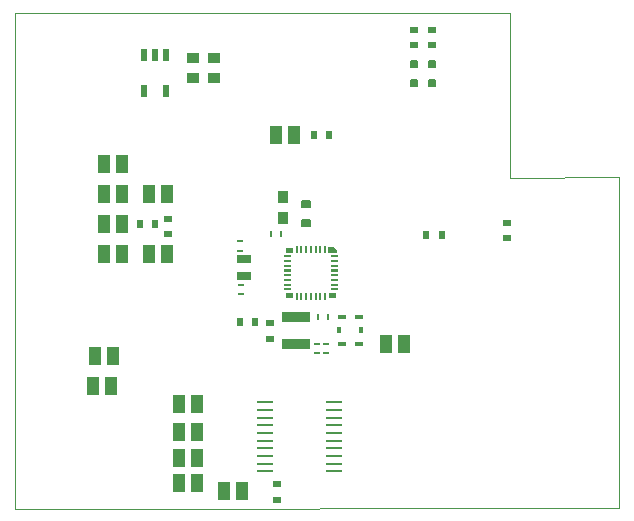
<source format=gtp>
G75*
G70*
%OFA0B0*%
%FSLAX24Y24*%
%IPPOS*%
%LPD*%
%AMOC8*
5,1,8,0,0,1.08239X$1,22.5*
%
%ADD10C,0.0000*%
%ADD11C,0.0037*%
%ADD12C,0.0002*%
%ADD13C,0.0007*%
%ADD14C,0.0008*%
%ADD15R,0.0511X0.0255*%
%ADD16R,0.0285X0.0157*%
%ADD17R,0.0129X0.0236*%
%ADD18R,0.0200X0.0080*%
%ADD19R,0.0080X0.0200*%
%ADD20R,0.0960X0.0362*%
%ADD21R,0.0314X0.0236*%
%ADD22R,0.0236X0.0314*%
%ADD23C,0.0069*%
%ADD24R,0.0420X0.0590*%
%ADD25R,0.0410X0.0360*%
%ADD26R,0.0236X0.0432*%
%ADD27R,0.0360X0.0410*%
%ADD28R,0.0540X0.0100*%
D10*
X002104Y001280D02*
X002104Y017815D01*
X018600Y017815D01*
X018600Y012307D01*
X022249Y012327D01*
X022249Y001300D01*
X002104Y001280D01*
D11*
X012578Y009862D02*
X012650Y009862D01*
X012578Y009862D02*
X012578Y009962D01*
X012650Y009962D01*
X012650Y009862D01*
X012650Y009898D02*
X012578Y009898D01*
X012578Y009934D02*
X012650Y009934D01*
D12*
X012401Y009844D02*
X012401Y010038D01*
X012437Y010038D01*
X012437Y009844D01*
X012401Y009844D01*
X012401Y009845D02*
X012437Y009845D01*
X012437Y009846D02*
X012401Y009846D01*
X012401Y009847D02*
X012437Y009847D01*
X012437Y009848D02*
X012401Y009848D01*
X012401Y009849D02*
X012437Y009849D01*
X012437Y009850D02*
X012401Y009850D01*
X012401Y009851D02*
X012437Y009851D01*
X012437Y009852D02*
X012401Y009852D01*
X012401Y009853D02*
X012437Y009853D01*
X012437Y009854D02*
X012401Y009854D01*
X012401Y009855D02*
X012437Y009855D01*
X012437Y009856D02*
X012401Y009856D01*
X012401Y009857D02*
X012437Y009857D01*
X012437Y009858D02*
X012401Y009858D01*
X012401Y009859D02*
X012437Y009859D01*
X012437Y009860D02*
X012401Y009860D01*
X012401Y009861D02*
X012437Y009861D01*
X012437Y009862D02*
X012401Y009862D01*
X012401Y009863D02*
X012437Y009863D01*
X012437Y009864D02*
X012401Y009864D01*
X012401Y009865D02*
X012437Y009865D01*
X012437Y009866D02*
X012401Y009866D01*
X012401Y009867D02*
X012437Y009867D01*
X012437Y009868D02*
X012401Y009868D01*
X012401Y009869D02*
X012437Y009869D01*
X012437Y009870D02*
X012401Y009870D01*
X012401Y009871D02*
X012437Y009871D01*
X012437Y009872D02*
X012401Y009872D01*
X012401Y009873D02*
X012437Y009873D01*
X012437Y009874D02*
X012401Y009874D01*
X012401Y009875D02*
X012437Y009875D01*
X012437Y009876D02*
X012401Y009876D01*
X012401Y009877D02*
X012437Y009877D01*
X012437Y009878D02*
X012401Y009878D01*
X012401Y009879D02*
X012437Y009879D01*
X012437Y009880D02*
X012401Y009880D01*
X012401Y009881D02*
X012437Y009881D01*
X012437Y009882D02*
X012401Y009882D01*
X012401Y009883D02*
X012437Y009883D01*
X012437Y009884D02*
X012401Y009884D01*
X012401Y009885D02*
X012437Y009885D01*
X012437Y009886D02*
X012401Y009886D01*
X012401Y009887D02*
X012437Y009887D01*
X012437Y009888D02*
X012401Y009888D01*
X012401Y009889D02*
X012437Y009889D01*
X012437Y009890D02*
X012401Y009890D01*
X012401Y009891D02*
X012437Y009891D01*
X012437Y009892D02*
X012401Y009892D01*
X012401Y009893D02*
X012437Y009893D01*
X012437Y009894D02*
X012401Y009894D01*
X012401Y009895D02*
X012437Y009895D01*
X012437Y009896D02*
X012401Y009896D01*
X012401Y009897D02*
X012437Y009897D01*
X012437Y009898D02*
X012401Y009898D01*
X012401Y009899D02*
X012437Y009899D01*
X012437Y009900D02*
X012401Y009900D01*
X012401Y009901D02*
X012437Y009901D01*
X012437Y009902D02*
X012401Y009902D01*
X012401Y009903D02*
X012437Y009903D01*
X012437Y009904D02*
X012401Y009904D01*
X012401Y009905D02*
X012437Y009905D01*
X012437Y009906D02*
X012401Y009906D01*
X012401Y009907D02*
X012437Y009907D01*
X012437Y009908D02*
X012401Y009908D01*
X012401Y009909D02*
X012437Y009909D01*
X012437Y009910D02*
X012401Y009910D01*
X012401Y009911D02*
X012437Y009911D01*
X012437Y009912D02*
X012401Y009912D01*
X012401Y009913D02*
X012437Y009913D01*
X012437Y009914D02*
X012401Y009914D01*
X012401Y009915D02*
X012437Y009915D01*
X012437Y009916D02*
X012401Y009916D01*
X012401Y009917D02*
X012437Y009917D01*
X012437Y009918D02*
X012401Y009918D01*
X012401Y009919D02*
X012437Y009919D01*
X012437Y009920D02*
X012401Y009920D01*
X012401Y009921D02*
X012437Y009921D01*
X012437Y009922D02*
X012401Y009922D01*
X012401Y009923D02*
X012437Y009923D01*
X012437Y009924D02*
X012401Y009924D01*
X012401Y009925D02*
X012437Y009925D01*
X012437Y009926D02*
X012401Y009926D01*
X012401Y009927D02*
X012437Y009927D01*
X012437Y009928D02*
X012401Y009928D01*
X012401Y009929D02*
X012437Y009929D01*
X012437Y009930D02*
X012401Y009930D01*
X012401Y009931D02*
X012437Y009931D01*
X012437Y009932D02*
X012401Y009932D01*
X012401Y009933D02*
X012437Y009933D01*
X012437Y009934D02*
X012401Y009934D01*
X012401Y009935D02*
X012437Y009935D01*
X012437Y009936D02*
X012401Y009936D01*
X012401Y009937D02*
X012437Y009937D01*
X012437Y009938D02*
X012401Y009938D01*
X012401Y009939D02*
X012437Y009939D01*
X012437Y009940D02*
X012401Y009940D01*
X012401Y009941D02*
X012437Y009941D01*
X012437Y009942D02*
X012401Y009942D01*
X012401Y009943D02*
X012437Y009943D01*
X012437Y009944D02*
X012401Y009944D01*
X012401Y009945D02*
X012437Y009945D01*
X012437Y009946D02*
X012401Y009946D01*
X012401Y009947D02*
X012437Y009947D01*
X012437Y009948D02*
X012401Y009948D01*
X012401Y009949D02*
X012437Y009949D01*
X012437Y009950D02*
X012401Y009950D01*
X012401Y009951D02*
X012437Y009951D01*
X012437Y009952D02*
X012401Y009952D01*
X012401Y009953D02*
X012437Y009953D01*
X012437Y009954D02*
X012401Y009954D01*
X012401Y009955D02*
X012437Y009955D01*
X012437Y009956D02*
X012401Y009956D01*
X012401Y009957D02*
X012437Y009957D01*
X012437Y009958D02*
X012401Y009958D01*
X012401Y009959D02*
X012437Y009959D01*
X012437Y009960D02*
X012401Y009960D01*
X012401Y009961D02*
X012437Y009961D01*
X012437Y009962D02*
X012401Y009962D01*
X012401Y009963D02*
X012437Y009963D01*
X012437Y009964D02*
X012401Y009964D01*
X012401Y009965D02*
X012437Y009965D01*
X012437Y009966D02*
X012401Y009966D01*
X012401Y009967D02*
X012437Y009967D01*
X012437Y009968D02*
X012401Y009968D01*
X012401Y009969D02*
X012437Y009969D01*
X012437Y009970D02*
X012401Y009970D01*
X012401Y009971D02*
X012437Y009971D01*
X012437Y009972D02*
X012401Y009972D01*
X012401Y009973D02*
X012437Y009973D01*
X012437Y009974D02*
X012401Y009974D01*
X012401Y009975D02*
X012437Y009975D01*
X012437Y009976D02*
X012401Y009976D01*
X012401Y009977D02*
X012437Y009977D01*
X012437Y009978D02*
X012401Y009978D01*
X012401Y009979D02*
X012437Y009979D01*
X012437Y009980D02*
X012401Y009980D01*
X012401Y009981D02*
X012437Y009981D01*
X012437Y009982D02*
X012401Y009982D01*
X012401Y009983D02*
X012437Y009983D01*
X012437Y009984D02*
X012401Y009984D01*
X012401Y009985D02*
X012437Y009985D01*
X012437Y009986D02*
X012401Y009986D01*
X012401Y009987D02*
X012437Y009987D01*
X012437Y009988D02*
X012401Y009988D01*
X012401Y009989D02*
X012437Y009989D01*
X012437Y009990D02*
X012401Y009990D01*
X012401Y009991D02*
X012437Y009991D01*
X012437Y009992D02*
X012401Y009992D01*
X012401Y009993D02*
X012437Y009993D01*
X012437Y009994D02*
X012401Y009994D01*
X012401Y009995D02*
X012437Y009995D01*
X012437Y009996D02*
X012401Y009996D01*
X012401Y009997D02*
X012437Y009997D01*
X012437Y009998D02*
X012401Y009998D01*
X012401Y009999D02*
X012437Y009999D01*
X012437Y010000D02*
X012401Y010000D01*
X012401Y010001D02*
X012437Y010001D01*
X012437Y010002D02*
X012401Y010002D01*
X012401Y010003D02*
X012437Y010003D01*
X012437Y010004D02*
X012401Y010004D01*
X012401Y010005D02*
X012437Y010005D01*
X012437Y010006D02*
X012401Y010006D01*
X012401Y010007D02*
X012437Y010007D01*
X012437Y010008D02*
X012401Y010008D01*
X012401Y010009D02*
X012437Y010009D01*
X012437Y010010D02*
X012401Y010010D01*
X012401Y010011D02*
X012437Y010011D01*
X012437Y010012D02*
X012401Y010012D01*
X012401Y010013D02*
X012437Y010013D01*
X012437Y010014D02*
X012401Y010014D01*
X012401Y010015D02*
X012437Y010015D01*
X012437Y010016D02*
X012401Y010016D01*
X012401Y010017D02*
X012437Y010017D01*
X012437Y010018D02*
X012401Y010018D01*
X012401Y010019D02*
X012437Y010019D01*
X012437Y010020D02*
X012401Y010020D01*
X012401Y010021D02*
X012437Y010021D01*
X012437Y010022D02*
X012401Y010022D01*
X012401Y010023D02*
X012437Y010023D01*
X012437Y010024D02*
X012401Y010024D01*
X012401Y010025D02*
X012437Y010025D01*
X012437Y010026D02*
X012401Y010026D01*
X012401Y010027D02*
X012437Y010027D01*
X012437Y010028D02*
X012401Y010028D01*
X012401Y010029D02*
X012437Y010029D01*
X012437Y010030D02*
X012401Y010030D01*
X012401Y010031D02*
X012437Y010031D01*
X012437Y010032D02*
X012401Y010032D01*
X012401Y010033D02*
X012437Y010033D01*
X012437Y010034D02*
X012401Y010034D01*
X012401Y010035D02*
X012437Y010035D01*
X012437Y010036D02*
X012401Y010036D01*
X012401Y010037D02*
X012437Y010037D01*
X012437Y010038D02*
X012401Y010038D01*
X012244Y010038D02*
X012244Y009844D01*
X012244Y010038D02*
X012280Y010038D01*
X012280Y009844D01*
X012244Y009844D01*
X012244Y009845D02*
X012280Y009845D01*
X012280Y009846D02*
X012244Y009846D01*
X012244Y009847D02*
X012280Y009847D01*
X012280Y009848D02*
X012244Y009848D01*
X012244Y009849D02*
X012280Y009849D01*
X012280Y009850D02*
X012244Y009850D01*
X012244Y009851D02*
X012280Y009851D01*
X012280Y009852D02*
X012244Y009852D01*
X012244Y009853D02*
X012280Y009853D01*
X012280Y009854D02*
X012244Y009854D01*
X012244Y009855D02*
X012280Y009855D01*
X012280Y009856D02*
X012244Y009856D01*
X012244Y009857D02*
X012280Y009857D01*
X012280Y009858D02*
X012244Y009858D01*
X012244Y009859D02*
X012280Y009859D01*
X012280Y009860D02*
X012244Y009860D01*
X012244Y009861D02*
X012280Y009861D01*
X012280Y009862D02*
X012244Y009862D01*
X012244Y009863D02*
X012280Y009863D01*
X012280Y009864D02*
X012244Y009864D01*
X012244Y009865D02*
X012280Y009865D01*
X012280Y009866D02*
X012244Y009866D01*
X012244Y009867D02*
X012280Y009867D01*
X012280Y009868D02*
X012244Y009868D01*
X012244Y009869D02*
X012280Y009869D01*
X012280Y009870D02*
X012244Y009870D01*
X012244Y009871D02*
X012280Y009871D01*
X012280Y009872D02*
X012244Y009872D01*
X012244Y009873D02*
X012280Y009873D01*
X012280Y009874D02*
X012244Y009874D01*
X012244Y009875D02*
X012280Y009875D01*
X012280Y009876D02*
X012244Y009876D01*
X012244Y009877D02*
X012280Y009877D01*
X012280Y009878D02*
X012244Y009878D01*
X012244Y009879D02*
X012280Y009879D01*
X012280Y009880D02*
X012244Y009880D01*
X012244Y009881D02*
X012280Y009881D01*
X012280Y009882D02*
X012244Y009882D01*
X012244Y009883D02*
X012280Y009883D01*
X012280Y009884D02*
X012244Y009884D01*
X012244Y009885D02*
X012280Y009885D01*
X012280Y009886D02*
X012244Y009886D01*
X012244Y009887D02*
X012280Y009887D01*
X012280Y009888D02*
X012244Y009888D01*
X012244Y009889D02*
X012280Y009889D01*
X012280Y009890D02*
X012244Y009890D01*
X012244Y009891D02*
X012280Y009891D01*
X012280Y009892D02*
X012244Y009892D01*
X012244Y009893D02*
X012280Y009893D01*
X012280Y009894D02*
X012244Y009894D01*
X012244Y009895D02*
X012280Y009895D01*
X012280Y009896D02*
X012244Y009896D01*
X012244Y009897D02*
X012280Y009897D01*
X012280Y009898D02*
X012244Y009898D01*
X012244Y009899D02*
X012280Y009899D01*
X012280Y009900D02*
X012244Y009900D01*
X012244Y009901D02*
X012280Y009901D01*
X012280Y009902D02*
X012244Y009902D01*
X012244Y009903D02*
X012280Y009903D01*
X012280Y009904D02*
X012244Y009904D01*
X012244Y009905D02*
X012280Y009905D01*
X012280Y009906D02*
X012244Y009906D01*
X012244Y009907D02*
X012280Y009907D01*
X012280Y009908D02*
X012244Y009908D01*
X012244Y009909D02*
X012280Y009909D01*
X012280Y009910D02*
X012244Y009910D01*
X012244Y009911D02*
X012280Y009911D01*
X012280Y009912D02*
X012244Y009912D01*
X012244Y009913D02*
X012280Y009913D01*
X012280Y009914D02*
X012244Y009914D01*
X012244Y009915D02*
X012280Y009915D01*
X012280Y009916D02*
X012244Y009916D01*
X012244Y009917D02*
X012280Y009917D01*
X012280Y009918D02*
X012244Y009918D01*
X012244Y009919D02*
X012280Y009919D01*
X012280Y009920D02*
X012244Y009920D01*
X012244Y009921D02*
X012280Y009921D01*
X012280Y009922D02*
X012244Y009922D01*
X012244Y009923D02*
X012280Y009923D01*
X012280Y009924D02*
X012244Y009924D01*
X012244Y009925D02*
X012280Y009925D01*
X012280Y009926D02*
X012244Y009926D01*
X012244Y009927D02*
X012280Y009927D01*
X012280Y009928D02*
X012244Y009928D01*
X012244Y009929D02*
X012280Y009929D01*
X012280Y009930D02*
X012244Y009930D01*
X012244Y009931D02*
X012280Y009931D01*
X012280Y009932D02*
X012244Y009932D01*
X012244Y009933D02*
X012280Y009933D01*
X012280Y009934D02*
X012244Y009934D01*
X012244Y009935D02*
X012280Y009935D01*
X012280Y009936D02*
X012244Y009936D01*
X012244Y009937D02*
X012280Y009937D01*
X012280Y009938D02*
X012244Y009938D01*
X012244Y009939D02*
X012280Y009939D01*
X012280Y009940D02*
X012244Y009940D01*
X012244Y009941D02*
X012280Y009941D01*
X012280Y009942D02*
X012244Y009942D01*
X012244Y009943D02*
X012280Y009943D01*
X012280Y009944D02*
X012244Y009944D01*
X012244Y009945D02*
X012280Y009945D01*
X012280Y009946D02*
X012244Y009946D01*
X012244Y009947D02*
X012280Y009947D01*
X012280Y009948D02*
X012244Y009948D01*
X012244Y009949D02*
X012280Y009949D01*
X012280Y009950D02*
X012244Y009950D01*
X012244Y009951D02*
X012280Y009951D01*
X012280Y009952D02*
X012244Y009952D01*
X012244Y009953D02*
X012280Y009953D01*
X012280Y009954D02*
X012244Y009954D01*
X012244Y009955D02*
X012280Y009955D01*
X012280Y009956D02*
X012244Y009956D01*
X012244Y009957D02*
X012280Y009957D01*
X012280Y009958D02*
X012244Y009958D01*
X012244Y009959D02*
X012280Y009959D01*
X012280Y009960D02*
X012244Y009960D01*
X012244Y009961D02*
X012280Y009961D01*
X012280Y009962D02*
X012244Y009962D01*
X012244Y009963D02*
X012280Y009963D01*
X012280Y009964D02*
X012244Y009964D01*
X012244Y009965D02*
X012280Y009965D01*
X012280Y009966D02*
X012244Y009966D01*
X012244Y009967D02*
X012280Y009967D01*
X012280Y009968D02*
X012244Y009968D01*
X012244Y009969D02*
X012280Y009969D01*
X012280Y009970D02*
X012244Y009970D01*
X012244Y009971D02*
X012280Y009971D01*
X012280Y009972D02*
X012244Y009972D01*
X012244Y009973D02*
X012280Y009973D01*
X012280Y009974D02*
X012244Y009974D01*
X012244Y009975D02*
X012280Y009975D01*
X012280Y009976D02*
X012244Y009976D01*
X012244Y009977D02*
X012280Y009977D01*
X012280Y009978D02*
X012244Y009978D01*
X012244Y009979D02*
X012280Y009979D01*
X012280Y009980D02*
X012244Y009980D01*
X012244Y009981D02*
X012280Y009981D01*
X012280Y009982D02*
X012244Y009982D01*
X012244Y009983D02*
X012280Y009983D01*
X012280Y009984D02*
X012244Y009984D01*
X012244Y009985D02*
X012280Y009985D01*
X012280Y009986D02*
X012244Y009986D01*
X012244Y009987D02*
X012280Y009987D01*
X012280Y009988D02*
X012244Y009988D01*
X012244Y009989D02*
X012280Y009989D01*
X012280Y009990D02*
X012244Y009990D01*
X012244Y009991D02*
X012280Y009991D01*
X012280Y009992D02*
X012244Y009992D01*
X012244Y009993D02*
X012280Y009993D01*
X012280Y009994D02*
X012244Y009994D01*
X012244Y009995D02*
X012280Y009995D01*
X012280Y009996D02*
X012244Y009996D01*
X012244Y009997D02*
X012280Y009997D01*
X012280Y009998D02*
X012244Y009998D01*
X012244Y009999D02*
X012280Y009999D01*
X012280Y010000D02*
X012244Y010000D01*
X012244Y010001D02*
X012280Y010001D01*
X012280Y010002D02*
X012244Y010002D01*
X012244Y010003D02*
X012280Y010003D01*
X012280Y010004D02*
X012244Y010004D01*
X012244Y010005D02*
X012280Y010005D01*
X012280Y010006D02*
X012244Y010006D01*
X012244Y010007D02*
X012280Y010007D01*
X012280Y010008D02*
X012244Y010008D01*
X012244Y010009D02*
X012280Y010009D01*
X012280Y010010D02*
X012244Y010010D01*
X012244Y010011D02*
X012280Y010011D01*
X012280Y010012D02*
X012244Y010012D01*
X012244Y010013D02*
X012280Y010013D01*
X012280Y010014D02*
X012244Y010014D01*
X012244Y010015D02*
X012280Y010015D01*
X012280Y010016D02*
X012244Y010016D01*
X012244Y010017D02*
X012280Y010017D01*
X012280Y010018D02*
X012244Y010018D01*
X012244Y010019D02*
X012280Y010019D01*
X012280Y010020D02*
X012244Y010020D01*
X012244Y010021D02*
X012280Y010021D01*
X012280Y010022D02*
X012244Y010022D01*
X012244Y010023D02*
X012280Y010023D01*
X012280Y010024D02*
X012244Y010024D01*
X012244Y010025D02*
X012280Y010025D01*
X012280Y010026D02*
X012244Y010026D01*
X012244Y010027D02*
X012280Y010027D01*
X012280Y010028D02*
X012244Y010028D01*
X012244Y010029D02*
X012280Y010029D01*
X012280Y010030D02*
X012244Y010030D01*
X012244Y010031D02*
X012280Y010031D01*
X012280Y010032D02*
X012244Y010032D01*
X012244Y010033D02*
X012280Y010033D01*
X012280Y010034D02*
X012244Y010034D01*
X012244Y010035D02*
X012280Y010035D01*
X012280Y010036D02*
X012244Y010036D01*
X012244Y010037D02*
X012280Y010037D01*
X012280Y010038D02*
X012244Y010038D01*
X012086Y010038D02*
X012086Y009844D01*
X012086Y010038D02*
X012122Y010038D01*
X012122Y009844D01*
X012086Y009844D01*
X012086Y009845D02*
X012122Y009845D01*
X012122Y009846D02*
X012086Y009846D01*
X012086Y009847D02*
X012122Y009847D01*
X012122Y009848D02*
X012086Y009848D01*
X012086Y009849D02*
X012122Y009849D01*
X012122Y009850D02*
X012086Y009850D01*
X012086Y009851D02*
X012122Y009851D01*
X012122Y009852D02*
X012086Y009852D01*
X012086Y009853D02*
X012122Y009853D01*
X012122Y009854D02*
X012086Y009854D01*
X012086Y009855D02*
X012122Y009855D01*
X012122Y009856D02*
X012086Y009856D01*
X012086Y009857D02*
X012122Y009857D01*
X012122Y009858D02*
X012086Y009858D01*
X012086Y009859D02*
X012122Y009859D01*
X012122Y009860D02*
X012086Y009860D01*
X012086Y009861D02*
X012122Y009861D01*
X012122Y009862D02*
X012086Y009862D01*
X012086Y009863D02*
X012122Y009863D01*
X012122Y009864D02*
X012086Y009864D01*
X012086Y009865D02*
X012122Y009865D01*
X012122Y009866D02*
X012086Y009866D01*
X012086Y009867D02*
X012122Y009867D01*
X012122Y009868D02*
X012086Y009868D01*
X012086Y009869D02*
X012122Y009869D01*
X012122Y009870D02*
X012086Y009870D01*
X012086Y009871D02*
X012122Y009871D01*
X012122Y009872D02*
X012086Y009872D01*
X012086Y009873D02*
X012122Y009873D01*
X012122Y009874D02*
X012086Y009874D01*
X012086Y009875D02*
X012122Y009875D01*
X012122Y009876D02*
X012086Y009876D01*
X012086Y009877D02*
X012122Y009877D01*
X012122Y009878D02*
X012086Y009878D01*
X012086Y009879D02*
X012122Y009879D01*
X012122Y009880D02*
X012086Y009880D01*
X012086Y009881D02*
X012122Y009881D01*
X012122Y009882D02*
X012086Y009882D01*
X012086Y009883D02*
X012122Y009883D01*
X012122Y009884D02*
X012086Y009884D01*
X012086Y009885D02*
X012122Y009885D01*
X012122Y009886D02*
X012086Y009886D01*
X012086Y009887D02*
X012122Y009887D01*
X012122Y009888D02*
X012086Y009888D01*
X012086Y009889D02*
X012122Y009889D01*
X012122Y009890D02*
X012086Y009890D01*
X012086Y009891D02*
X012122Y009891D01*
X012122Y009892D02*
X012086Y009892D01*
X012086Y009893D02*
X012122Y009893D01*
X012122Y009894D02*
X012086Y009894D01*
X012086Y009895D02*
X012122Y009895D01*
X012122Y009896D02*
X012086Y009896D01*
X012086Y009897D02*
X012122Y009897D01*
X012122Y009898D02*
X012086Y009898D01*
X012086Y009899D02*
X012122Y009899D01*
X012122Y009900D02*
X012086Y009900D01*
X012086Y009901D02*
X012122Y009901D01*
X012122Y009902D02*
X012086Y009902D01*
X012086Y009903D02*
X012122Y009903D01*
X012122Y009904D02*
X012086Y009904D01*
X012086Y009905D02*
X012122Y009905D01*
X012122Y009906D02*
X012086Y009906D01*
X012086Y009907D02*
X012122Y009907D01*
X012122Y009908D02*
X012086Y009908D01*
X012086Y009909D02*
X012122Y009909D01*
X012122Y009910D02*
X012086Y009910D01*
X012086Y009911D02*
X012122Y009911D01*
X012122Y009912D02*
X012086Y009912D01*
X012086Y009913D02*
X012122Y009913D01*
X012122Y009914D02*
X012086Y009914D01*
X012086Y009915D02*
X012122Y009915D01*
X012122Y009916D02*
X012086Y009916D01*
X012086Y009917D02*
X012122Y009917D01*
X012122Y009918D02*
X012086Y009918D01*
X012086Y009919D02*
X012122Y009919D01*
X012122Y009920D02*
X012086Y009920D01*
X012086Y009921D02*
X012122Y009921D01*
X012122Y009922D02*
X012086Y009922D01*
X012086Y009923D02*
X012122Y009923D01*
X012122Y009924D02*
X012086Y009924D01*
X012086Y009925D02*
X012122Y009925D01*
X012122Y009926D02*
X012086Y009926D01*
X012086Y009927D02*
X012122Y009927D01*
X012122Y009928D02*
X012086Y009928D01*
X012086Y009929D02*
X012122Y009929D01*
X012122Y009930D02*
X012086Y009930D01*
X012086Y009931D02*
X012122Y009931D01*
X012122Y009932D02*
X012086Y009932D01*
X012086Y009933D02*
X012122Y009933D01*
X012122Y009934D02*
X012086Y009934D01*
X012086Y009935D02*
X012122Y009935D01*
X012122Y009936D02*
X012086Y009936D01*
X012086Y009937D02*
X012122Y009937D01*
X012122Y009938D02*
X012086Y009938D01*
X012086Y009939D02*
X012122Y009939D01*
X012122Y009940D02*
X012086Y009940D01*
X012086Y009941D02*
X012122Y009941D01*
X012122Y009942D02*
X012086Y009942D01*
X012086Y009943D02*
X012122Y009943D01*
X012122Y009944D02*
X012086Y009944D01*
X012086Y009945D02*
X012122Y009945D01*
X012122Y009946D02*
X012086Y009946D01*
X012086Y009947D02*
X012122Y009947D01*
X012122Y009948D02*
X012086Y009948D01*
X012086Y009949D02*
X012122Y009949D01*
X012122Y009950D02*
X012086Y009950D01*
X012086Y009951D02*
X012122Y009951D01*
X012122Y009952D02*
X012086Y009952D01*
X012086Y009953D02*
X012122Y009953D01*
X012122Y009954D02*
X012086Y009954D01*
X012086Y009955D02*
X012122Y009955D01*
X012122Y009956D02*
X012086Y009956D01*
X012086Y009957D02*
X012122Y009957D01*
X012122Y009958D02*
X012086Y009958D01*
X012086Y009959D02*
X012122Y009959D01*
X012122Y009960D02*
X012086Y009960D01*
X012086Y009961D02*
X012122Y009961D01*
X012122Y009962D02*
X012086Y009962D01*
X012086Y009963D02*
X012122Y009963D01*
X012122Y009964D02*
X012086Y009964D01*
X012086Y009965D02*
X012122Y009965D01*
X012122Y009966D02*
X012086Y009966D01*
X012086Y009967D02*
X012122Y009967D01*
X012122Y009968D02*
X012086Y009968D01*
X012086Y009969D02*
X012122Y009969D01*
X012122Y009970D02*
X012086Y009970D01*
X012086Y009971D02*
X012122Y009971D01*
X012122Y009972D02*
X012086Y009972D01*
X012086Y009973D02*
X012122Y009973D01*
X012122Y009974D02*
X012086Y009974D01*
X012086Y009975D02*
X012122Y009975D01*
X012122Y009976D02*
X012086Y009976D01*
X012086Y009977D02*
X012122Y009977D01*
X012122Y009978D02*
X012086Y009978D01*
X012086Y009979D02*
X012122Y009979D01*
X012122Y009980D02*
X012086Y009980D01*
X012086Y009981D02*
X012122Y009981D01*
X012122Y009982D02*
X012086Y009982D01*
X012086Y009983D02*
X012122Y009983D01*
X012122Y009984D02*
X012086Y009984D01*
X012086Y009985D02*
X012122Y009985D01*
X012122Y009986D02*
X012086Y009986D01*
X012086Y009987D02*
X012122Y009987D01*
X012122Y009988D02*
X012086Y009988D01*
X012086Y009989D02*
X012122Y009989D01*
X012122Y009990D02*
X012086Y009990D01*
X012086Y009991D02*
X012122Y009991D01*
X012122Y009992D02*
X012086Y009992D01*
X012086Y009993D02*
X012122Y009993D01*
X012122Y009994D02*
X012086Y009994D01*
X012086Y009995D02*
X012122Y009995D01*
X012122Y009996D02*
X012086Y009996D01*
X012086Y009997D02*
X012122Y009997D01*
X012122Y009998D02*
X012086Y009998D01*
X012086Y009999D02*
X012122Y009999D01*
X012122Y010000D02*
X012086Y010000D01*
X012086Y010001D02*
X012122Y010001D01*
X012122Y010002D02*
X012086Y010002D01*
X012086Y010003D02*
X012122Y010003D01*
X012122Y010004D02*
X012086Y010004D01*
X012086Y010005D02*
X012122Y010005D01*
X012122Y010006D02*
X012086Y010006D01*
X012086Y010007D02*
X012122Y010007D01*
X012122Y010008D02*
X012086Y010008D01*
X012086Y010009D02*
X012122Y010009D01*
X012122Y010010D02*
X012086Y010010D01*
X012086Y010011D02*
X012122Y010011D01*
X012122Y010012D02*
X012086Y010012D01*
X012086Y010013D02*
X012122Y010013D01*
X012122Y010014D02*
X012086Y010014D01*
X012086Y010015D02*
X012122Y010015D01*
X012122Y010016D02*
X012086Y010016D01*
X012086Y010017D02*
X012122Y010017D01*
X012122Y010018D02*
X012086Y010018D01*
X012086Y010019D02*
X012122Y010019D01*
X012122Y010020D02*
X012086Y010020D01*
X012086Y010021D02*
X012122Y010021D01*
X012122Y010022D02*
X012086Y010022D01*
X012086Y010023D02*
X012122Y010023D01*
X012122Y010024D02*
X012086Y010024D01*
X012086Y010025D02*
X012122Y010025D01*
X012122Y010026D02*
X012086Y010026D01*
X012086Y010027D02*
X012122Y010027D01*
X012122Y010028D02*
X012086Y010028D01*
X012086Y010029D02*
X012122Y010029D01*
X012122Y010030D02*
X012086Y010030D01*
X012086Y010031D02*
X012122Y010031D01*
X012122Y010032D02*
X012086Y010032D01*
X012086Y010033D02*
X012122Y010033D01*
X012122Y010034D02*
X012086Y010034D01*
X012086Y010035D02*
X012122Y010035D01*
X012122Y010036D02*
X012086Y010036D01*
X012086Y010037D02*
X012122Y010037D01*
X012122Y010038D02*
X012086Y010038D01*
X011929Y010038D02*
X011929Y009844D01*
X011929Y010038D02*
X011965Y010038D01*
X011965Y009844D01*
X011929Y009844D01*
X011929Y009845D02*
X011965Y009845D01*
X011965Y009846D02*
X011929Y009846D01*
X011929Y009847D02*
X011965Y009847D01*
X011965Y009848D02*
X011929Y009848D01*
X011929Y009849D02*
X011965Y009849D01*
X011965Y009850D02*
X011929Y009850D01*
X011929Y009851D02*
X011965Y009851D01*
X011965Y009852D02*
X011929Y009852D01*
X011929Y009853D02*
X011965Y009853D01*
X011965Y009854D02*
X011929Y009854D01*
X011929Y009855D02*
X011965Y009855D01*
X011965Y009856D02*
X011929Y009856D01*
X011929Y009857D02*
X011965Y009857D01*
X011965Y009858D02*
X011929Y009858D01*
X011929Y009859D02*
X011965Y009859D01*
X011965Y009860D02*
X011929Y009860D01*
X011929Y009861D02*
X011965Y009861D01*
X011965Y009862D02*
X011929Y009862D01*
X011929Y009863D02*
X011965Y009863D01*
X011965Y009864D02*
X011929Y009864D01*
X011929Y009865D02*
X011965Y009865D01*
X011965Y009866D02*
X011929Y009866D01*
X011929Y009867D02*
X011965Y009867D01*
X011965Y009868D02*
X011929Y009868D01*
X011929Y009869D02*
X011965Y009869D01*
X011965Y009870D02*
X011929Y009870D01*
X011929Y009871D02*
X011965Y009871D01*
X011965Y009872D02*
X011929Y009872D01*
X011929Y009873D02*
X011965Y009873D01*
X011965Y009874D02*
X011929Y009874D01*
X011929Y009875D02*
X011965Y009875D01*
X011965Y009876D02*
X011929Y009876D01*
X011929Y009877D02*
X011965Y009877D01*
X011965Y009878D02*
X011929Y009878D01*
X011929Y009879D02*
X011965Y009879D01*
X011965Y009880D02*
X011929Y009880D01*
X011929Y009881D02*
X011965Y009881D01*
X011965Y009882D02*
X011929Y009882D01*
X011929Y009883D02*
X011965Y009883D01*
X011965Y009884D02*
X011929Y009884D01*
X011929Y009885D02*
X011965Y009885D01*
X011965Y009886D02*
X011929Y009886D01*
X011929Y009887D02*
X011965Y009887D01*
X011965Y009888D02*
X011929Y009888D01*
X011929Y009889D02*
X011965Y009889D01*
X011965Y009890D02*
X011929Y009890D01*
X011929Y009891D02*
X011965Y009891D01*
X011965Y009892D02*
X011929Y009892D01*
X011929Y009893D02*
X011965Y009893D01*
X011965Y009894D02*
X011929Y009894D01*
X011929Y009895D02*
X011965Y009895D01*
X011965Y009896D02*
X011929Y009896D01*
X011929Y009897D02*
X011965Y009897D01*
X011965Y009898D02*
X011929Y009898D01*
X011929Y009899D02*
X011965Y009899D01*
X011965Y009900D02*
X011929Y009900D01*
X011929Y009901D02*
X011965Y009901D01*
X011965Y009902D02*
X011929Y009902D01*
X011929Y009903D02*
X011965Y009903D01*
X011965Y009904D02*
X011929Y009904D01*
X011929Y009905D02*
X011965Y009905D01*
X011965Y009906D02*
X011929Y009906D01*
X011929Y009907D02*
X011965Y009907D01*
X011965Y009908D02*
X011929Y009908D01*
X011929Y009909D02*
X011965Y009909D01*
X011965Y009910D02*
X011929Y009910D01*
X011929Y009911D02*
X011965Y009911D01*
X011965Y009912D02*
X011929Y009912D01*
X011929Y009913D02*
X011965Y009913D01*
X011965Y009914D02*
X011929Y009914D01*
X011929Y009915D02*
X011965Y009915D01*
X011965Y009916D02*
X011929Y009916D01*
X011929Y009917D02*
X011965Y009917D01*
X011965Y009918D02*
X011929Y009918D01*
X011929Y009919D02*
X011965Y009919D01*
X011965Y009920D02*
X011929Y009920D01*
X011929Y009921D02*
X011965Y009921D01*
X011965Y009922D02*
X011929Y009922D01*
X011929Y009923D02*
X011965Y009923D01*
X011965Y009924D02*
X011929Y009924D01*
X011929Y009925D02*
X011965Y009925D01*
X011965Y009926D02*
X011929Y009926D01*
X011929Y009927D02*
X011965Y009927D01*
X011965Y009928D02*
X011929Y009928D01*
X011929Y009929D02*
X011965Y009929D01*
X011965Y009930D02*
X011929Y009930D01*
X011929Y009931D02*
X011965Y009931D01*
X011965Y009932D02*
X011929Y009932D01*
X011929Y009933D02*
X011965Y009933D01*
X011965Y009934D02*
X011929Y009934D01*
X011929Y009935D02*
X011965Y009935D01*
X011965Y009936D02*
X011929Y009936D01*
X011929Y009937D02*
X011965Y009937D01*
X011965Y009938D02*
X011929Y009938D01*
X011929Y009939D02*
X011965Y009939D01*
X011965Y009940D02*
X011929Y009940D01*
X011929Y009941D02*
X011965Y009941D01*
X011965Y009942D02*
X011929Y009942D01*
X011929Y009943D02*
X011965Y009943D01*
X011965Y009944D02*
X011929Y009944D01*
X011929Y009945D02*
X011965Y009945D01*
X011965Y009946D02*
X011929Y009946D01*
X011929Y009947D02*
X011965Y009947D01*
X011965Y009948D02*
X011929Y009948D01*
X011929Y009949D02*
X011965Y009949D01*
X011965Y009950D02*
X011929Y009950D01*
X011929Y009951D02*
X011965Y009951D01*
X011965Y009952D02*
X011929Y009952D01*
X011929Y009953D02*
X011965Y009953D01*
X011965Y009954D02*
X011929Y009954D01*
X011929Y009955D02*
X011965Y009955D01*
X011965Y009956D02*
X011929Y009956D01*
X011929Y009957D02*
X011965Y009957D01*
X011965Y009958D02*
X011929Y009958D01*
X011929Y009959D02*
X011965Y009959D01*
X011965Y009960D02*
X011929Y009960D01*
X011929Y009961D02*
X011965Y009961D01*
X011965Y009962D02*
X011929Y009962D01*
X011929Y009963D02*
X011965Y009963D01*
X011965Y009964D02*
X011929Y009964D01*
X011929Y009965D02*
X011965Y009965D01*
X011965Y009966D02*
X011929Y009966D01*
X011929Y009967D02*
X011965Y009967D01*
X011965Y009968D02*
X011929Y009968D01*
X011929Y009969D02*
X011965Y009969D01*
X011965Y009970D02*
X011929Y009970D01*
X011929Y009971D02*
X011965Y009971D01*
X011965Y009972D02*
X011929Y009972D01*
X011929Y009973D02*
X011965Y009973D01*
X011965Y009974D02*
X011929Y009974D01*
X011929Y009975D02*
X011965Y009975D01*
X011965Y009976D02*
X011929Y009976D01*
X011929Y009977D02*
X011965Y009977D01*
X011965Y009978D02*
X011929Y009978D01*
X011929Y009979D02*
X011965Y009979D01*
X011965Y009980D02*
X011929Y009980D01*
X011929Y009981D02*
X011965Y009981D01*
X011965Y009982D02*
X011929Y009982D01*
X011929Y009983D02*
X011965Y009983D01*
X011965Y009984D02*
X011929Y009984D01*
X011929Y009985D02*
X011965Y009985D01*
X011965Y009986D02*
X011929Y009986D01*
X011929Y009987D02*
X011965Y009987D01*
X011965Y009988D02*
X011929Y009988D01*
X011929Y009989D02*
X011965Y009989D01*
X011965Y009990D02*
X011929Y009990D01*
X011929Y009991D02*
X011965Y009991D01*
X011965Y009992D02*
X011929Y009992D01*
X011929Y009993D02*
X011965Y009993D01*
X011965Y009994D02*
X011929Y009994D01*
X011929Y009995D02*
X011965Y009995D01*
X011965Y009996D02*
X011929Y009996D01*
X011929Y009997D02*
X011965Y009997D01*
X011965Y009998D02*
X011929Y009998D01*
X011929Y009999D02*
X011965Y009999D01*
X011965Y010000D02*
X011929Y010000D01*
X011929Y010001D02*
X011965Y010001D01*
X011965Y010002D02*
X011929Y010002D01*
X011929Y010003D02*
X011965Y010003D01*
X011965Y010004D02*
X011929Y010004D01*
X011929Y010005D02*
X011965Y010005D01*
X011965Y010006D02*
X011929Y010006D01*
X011929Y010007D02*
X011965Y010007D01*
X011965Y010008D02*
X011929Y010008D01*
X011929Y010009D02*
X011965Y010009D01*
X011965Y010010D02*
X011929Y010010D01*
X011929Y010011D02*
X011965Y010011D01*
X011965Y010012D02*
X011929Y010012D01*
X011929Y010013D02*
X011965Y010013D01*
X011965Y010014D02*
X011929Y010014D01*
X011929Y010015D02*
X011965Y010015D01*
X011965Y010016D02*
X011929Y010016D01*
X011929Y010017D02*
X011965Y010017D01*
X011965Y010018D02*
X011929Y010018D01*
X011929Y010019D02*
X011965Y010019D01*
X011965Y010020D02*
X011929Y010020D01*
X011929Y010021D02*
X011965Y010021D01*
X011965Y010022D02*
X011929Y010022D01*
X011929Y010023D02*
X011965Y010023D01*
X011965Y010024D02*
X011929Y010024D01*
X011929Y010025D02*
X011965Y010025D01*
X011965Y010026D02*
X011929Y010026D01*
X011929Y010027D02*
X011965Y010027D01*
X011965Y010028D02*
X011929Y010028D01*
X011929Y010029D02*
X011965Y010029D01*
X011965Y010030D02*
X011929Y010030D01*
X011929Y010031D02*
X011965Y010031D01*
X011965Y010032D02*
X011929Y010032D01*
X011929Y010033D02*
X011965Y010033D01*
X011965Y010034D02*
X011929Y010034D01*
X011929Y010035D02*
X011965Y010035D01*
X011965Y010036D02*
X011929Y010036D01*
X011929Y010037D02*
X011965Y010037D01*
X011965Y010038D02*
X011929Y010038D01*
X011771Y010038D02*
X011771Y009844D01*
X011771Y010038D02*
X011807Y010038D01*
X011807Y009844D01*
X011771Y009844D01*
X011771Y009845D02*
X011807Y009845D01*
X011807Y009846D02*
X011771Y009846D01*
X011771Y009847D02*
X011807Y009847D01*
X011807Y009848D02*
X011771Y009848D01*
X011771Y009849D02*
X011807Y009849D01*
X011807Y009850D02*
X011771Y009850D01*
X011771Y009851D02*
X011807Y009851D01*
X011807Y009852D02*
X011771Y009852D01*
X011771Y009853D02*
X011807Y009853D01*
X011807Y009854D02*
X011771Y009854D01*
X011771Y009855D02*
X011807Y009855D01*
X011807Y009856D02*
X011771Y009856D01*
X011771Y009857D02*
X011807Y009857D01*
X011807Y009858D02*
X011771Y009858D01*
X011771Y009859D02*
X011807Y009859D01*
X011807Y009860D02*
X011771Y009860D01*
X011771Y009861D02*
X011807Y009861D01*
X011807Y009862D02*
X011771Y009862D01*
X011771Y009863D02*
X011807Y009863D01*
X011807Y009864D02*
X011771Y009864D01*
X011771Y009865D02*
X011807Y009865D01*
X011807Y009866D02*
X011771Y009866D01*
X011771Y009867D02*
X011807Y009867D01*
X011807Y009868D02*
X011771Y009868D01*
X011771Y009869D02*
X011807Y009869D01*
X011807Y009870D02*
X011771Y009870D01*
X011771Y009871D02*
X011807Y009871D01*
X011807Y009872D02*
X011771Y009872D01*
X011771Y009873D02*
X011807Y009873D01*
X011807Y009874D02*
X011771Y009874D01*
X011771Y009875D02*
X011807Y009875D01*
X011807Y009876D02*
X011771Y009876D01*
X011771Y009877D02*
X011807Y009877D01*
X011807Y009878D02*
X011771Y009878D01*
X011771Y009879D02*
X011807Y009879D01*
X011807Y009880D02*
X011771Y009880D01*
X011771Y009881D02*
X011807Y009881D01*
X011807Y009882D02*
X011771Y009882D01*
X011771Y009883D02*
X011807Y009883D01*
X011807Y009884D02*
X011771Y009884D01*
X011771Y009885D02*
X011807Y009885D01*
X011807Y009886D02*
X011771Y009886D01*
X011771Y009887D02*
X011807Y009887D01*
X011807Y009888D02*
X011771Y009888D01*
X011771Y009889D02*
X011807Y009889D01*
X011807Y009890D02*
X011771Y009890D01*
X011771Y009891D02*
X011807Y009891D01*
X011807Y009892D02*
X011771Y009892D01*
X011771Y009893D02*
X011807Y009893D01*
X011807Y009894D02*
X011771Y009894D01*
X011771Y009895D02*
X011807Y009895D01*
X011807Y009896D02*
X011771Y009896D01*
X011771Y009897D02*
X011807Y009897D01*
X011807Y009898D02*
X011771Y009898D01*
X011771Y009899D02*
X011807Y009899D01*
X011807Y009900D02*
X011771Y009900D01*
X011771Y009901D02*
X011807Y009901D01*
X011807Y009902D02*
X011771Y009902D01*
X011771Y009903D02*
X011807Y009903D01*
X011807Y009904D02*
X011771Y009904D01*
X011771Y009905D02*
X011807Y009905D01*
X011807Y009906D02*
X011771Y009906D01*
X011771Y009907D02*
X011807Y009907D01*
X011807Y009908D02*
X011771Y009908D01*
X011771Y009909D02*
X011807Y009909D01*
X011807Y009910D02*
X011771Y009910D01*
X011771Y009911D02*
X011807Y009911D01*
X011807Y009912D02*
X011771Y009912D01*
X011771Y009913D02*
X011807Y009913D01*
X011807Y009914D02*
X011771Y009914D01*
X011771Y009915D02*
X011807Y009915D01*
X011807Y009916D02*
X011771Y009916D01*
X011771Y009917D02*
X011807Y009917D01*
X011807Y009918D02*
X011771Y009918D01*
X011771Y009919D02*
X011807Y009919D01*
X011807Y009920D02*
X011771Y009920D01*
X011771Y009921D02*
X011807Y009921D01*
X011807Y009922D02*
X011771Y009922D01*
X011771Y009923D02*
X011807Y009923D01*
X011807Y009924D02*
X011771Y009924D01*
X011771Y009925D02*
X011807Y009925D01*
X011807Y009926D02*
X011771Y009926D01*
X011771Y009927D02*
X011807Y009927D01*
X011807Y009928D02*
X011771Y009928D01*
X011771Y009929D02*
X011807Y009929D01*
X011807Y009930D02*
X011771Y009930D01*
X011771Y009931D02*
X011807Y009931D01*
X011807Y009932D02*
X011771Y009932D01*
X011771Y009933D02*
X011807Y009933D01*
X011807Y009934D02*
X011771Y009934D01*
X011771Y009935D02*
X011807Y009935D01*
X011807Y009936D02*
X011771Y009936D01*
X011771Y009937D02*
X011807Y009937D01*
X011807Y009938D02*
X011771Y009938D01*
X011771Y009939D02*
X011807Y009939D01*
X011807Y009940D02*
X011771Y009940D01*
X011771Y009941D02*
X011807Y009941D01*
X011807Y009942D02*
X011771Y009942D01*
X011771Y009943D02*
X011807Y009943D01*
X011807Y009944D02*
X011771Y009944D01*
X011771Y009945D02*
X011807Y009945D01*
X011807Y009946D02*
X011771Y009946D01*
X011771Y009947D02*
X011807Y009947D01*
X011807Y009948D02*
X011771Y009948D01*
X011771Y009949D02*
X011807Y009949D01*
X011807Y009950D02*
X011771Y009950D01*
X011771Y009951D02*
X011807Y009951D01*
X011807Y009952D02*
X011771Y009952D01*
X011771Y009953D02*
X011807Y009953D01*
X011807Y009954D02*
X011771Y009954D01*
X011771Y009955D02*
X011807Y009955D01*
X011807Y009956D02*
X011771Y009956D01*
X011771Y009957D02*
X011807Y009957D01*
X011807Y009958D02*
X011771Y009958D01*
X011771Y009959D02*
X011807Y009959D01*
X011807Y009960D02*
X011771Y009960D01*
X011771Y009961D02*
X011807Y009961D01*
X011807Y009962D02*
X011771Y009962D01*
X011771Y009963D02*
X011807Y009963D01*
X011807Y009964D02*
X011771Y009964D01*
X011771Y009965D02*
X011807Y009965D01*
X011807Y009966D02*
X011771Y009966D01*
X011771Y009967D02*
X011807Y009967D01*
X011807Y009968D02*
X011771Y009968D01*
X011771Y009969D02*
X011807Y009969D01*
X011807Y009970D02*
X011771Y009970D01*
X011771Y009971D02*
X011807Y009971D01*
X011807Y009972D02*
X011771Y009972D01*
X011771Y009973D02*
X011807Y009973D01*
X011807Y009974D02*
X011771Y009974D01*
X011771Y009975D02*
X011807Y009975D01*
X011807Y009976D02*
X011771Y009976D01*
X011771Y009977D02*
X011807Y009977D01*
X011807Y009978D02*
X011771Y009978D01*
X011771Y009979D02*
X011807Y009979D01*
X011807Y009980D02*
X011771Y009980D01*
X011771Y009981D02*
X011807Y009981D01*
X011807Y009982D02*
X011771Y009982D01*
X011771Y009983D02*
X011807Y009983D01*
X011807Y009984D02*
X011771Y009984D01*
X011771Y009985D02*
X011807Y009985D01*
X011807Y009986D02*
X011771Y009986D01*
X011771Y009987D02*
X011807Y009987D01*
X011807Y009988D02*
X011771Y009988D01*
X011771Y009989D02*
X011807Y009989D01*
X011807Y009990D02*
X011771Y009990D01*
X011771Y009991D02*
X011807Y009991D01*
X011807Y009992D02*
X011771Y009992D01*
X011771Y009993D02*
X011807Y009993D01*
X011807Y009994D02*
X011771Y009994D01*
X011771Y009995D02*
X011807Y009995D01*
X011807Y009996D02*
X011771Y009996D01*
X011771Y009997D02*
X011807Y009997D01*
X011807Y009998D02*
X011771Y009998D01*
X011771Y009999D02*
X011807Y009999D01*
X011807Y010000D02*
X011771Y010000D01*
X011771Y010001D02*
X011807Y010001D01*
X011807Y010002D02*
X011771Y010002D01*
X011771Y010003D02*
X011807Y010003D01*
X011807Y010004D02*
X011771Y010004D01*
X011771Y010005D02*
X011807Y010005D01*
X011807Y010006D02*
X011771Y010006D01*
X011771Y010007D02*
X011807Y010007D01*
X011807Y010008D02*
X011771Y010008D01*
X011771Y010009D02*
X011807Y010009D01*
X011807Y010010D02*
X011771Y010010D01*
X011771Y010011D02*
X011807Y010011D01*
X011807Y010012D02*
X011771Y010012D01*
X011771Y010013D02*
X011807Y010013D01*
X011807Y010014D02*
X011771Y010014D01*
X011771Y010015D02*
X011807Y010015D01*
X011807Y010016D02*
X011771Y010016D01*
X011771Y010017D02*
X011807Y010017D01*
X011807Y010018D02*
X011771Y010018D01*
X011771Y010019D02*
X011807Y010019D01*
X011807Y010020D02*
X011771Y010020D01*
X011771Y010021D02*
X011807Y010021D01*
X011807Y010022D02*
X011771Y010022D01*
X011771Y010023D02*
X011807Y010023D01*
X011807Y010024D02*
X011771Y010024D01*
X011771Y010025D02*
X011807Y010025D01*
X011807Y010026D02*
X011771Y010026D01*
X011771Y010027D02*
X011807Y010027D01*
X011807Y010028D02*
X011771Y010028D01*
X011771Y010029D02*
X011807Y010029D01*
X011807Y010030D02*
X011771Y010030D01*
X011771Y010031D02*
X011807Y010031D01*
X011807Y010032D02*
X011771Y010032D01*
X011771Y010033D02*
X011807Y010033D01*
X011807Y010034D02*
X011771Y010034D01*
X011771Y010035D02*
X011807Y010035D01*
X011807Y010036D02*
X011771Y010036D01*
X011771Y010037D02*
X011807Y010037D01*
X011807Y010038D02*
X011771Y010038D01*
X011614Y010038D02*
X011614Y009844D01*
X011614Y010038D02*
X011650Y010038D01*
X011650Y009844D01*
X011614Y009844D01*
X011614Y009845D02*
X011650Y009845D01*
X011650Y009846D02*
X011614Y009846D01*
X011614Y009847D02*
X011650Y009847D01*
X011650Y009848D02*
X011614Y009848D01*
X011614Y009849D02*
X011650Y009849D01*
X011650Y009850D02*
X011614Y009850D01*
X011614Y009851D02*
X011650Y009851D01*
X011650Y009852D02*
X011614Y009852D01*
X011614Y009853D02*
X011650Y009853D01*
X011650Y009854D02*
X011614Y009854D01*
X011614Y009855D02*
X011650Y009855D01*
X011650Y009856D02*
X011614Y009856D01*
X011614Y009857D02*
X011650Y009857D01*
X011650Y009858D02*
X011614Y009858D01*
X011614Y009859D02*
X011650Y009859D01*
X011650Y009860D02*
X011614Y009860D01*
X011614Y009861D02*
X011650Y009861D01*
X011650Y009862D02*
X011614Y009862D01*
X011614Y009863D02*
X011650Y009863D01*
X011650Y009864D02*
X011614Y009864D01*
X011614Y009865D02*
X011650Y009865D01*
X011650Y009866D02*
X011614Y009866D01*
X011614Y009867D02*
X011650Y009867D01*
X011650Y009868D02*
X011614Y009868D01*
X011614Y009869D02*
X011650Y009869D01*
X011650Y009870D02*
X011614Y009870D01*
X011614Y009871D02*
X011650Y009871D01*
X011650Y009872D02*
X011614Y009872D01*
X011614Y009873D02*
X011650Y009873D01*
X011650Y009874D02*
X011614Y009874D01*
X011614Y009875D02*
X011650Y009875D01*
X011650Y009876D02*
X011614Y009876D01*
X011614Y009877D02*
X011650Y009877D01*
X011650Y009878D02*
X011614Y009878D01*
X011614Y009879D02*
X011650Y009879D01*
X011650Y009880D02*
X011614Y009880D01*
X011614Y009881D02*
X011650Y009881D01*
X011650Y009882D02*
X011614Y009882D01*
X011614Y009883D02*
X011650Y009883D01*
X011650Y009884D02*
X011614Y009884D01*
X011614Y009885D02*
X011650Y009885D01*
X011650Y009886D02*
X011614Y009886D01*
X011614Y009887D02*
X011650Y009887D01*
X011650Y009888D02*
X011614Y009888D01*
X011614Y009889D02*
X011650Y009889D01*
X011650Y009890D02*
X011614Y009890D01*
X011614Y009891D02*
X011650Y009891D01*
X011650Y009892D02*
X011614Y009892D01*
X011614Y009893D02*
X011650Y009893D01*
X011650Y009894D02*
X011614Y009894D01*
X011614Y009895D02*
X011650Y009895D01*
X011650Y009896D02*
X011614Y009896D01*
X011614Y009897D02*
X011650Y009897D01*
X011650Y009898D02*
X011614Y009898D01*
X011614Y009899D02*
X011650Y009899D01*
X011650Y009900D02*
X011614Y009900D01*
X011614Y009901D02*
X011650Y009901D01*
X011650Y009902D02*
X011614Y009902D01*
X011614Y009903D02*
X011650Y009903D01*
X011650Y009904D02*
X011614Y009904D01*
X011614Y009905D02*
X011650Y009905D01*
X011650Y009906D02*
X011614Y009906D01*
X011614Y009907D02*
X011650Y009907D01*
X011650Y009908D02*
X011614Y009908D01*
X011614Y009909D02*
X011650Y009909D01*
X011650Y009910D02*
X011614Y009910D01*
X011614Y009911D02*
X011650Y009911D01*
X011650Y009912D02*
X011614Y009912D01*
X011614Y009913D02*
X011650Y009913D01*
X011650Y009914D02*
X011614Y009914D01*
X011614Y009915D02*
X011650Y009915D01*
X011650Y009916D02*
X011614Y009916D01*
X011614Y009917D02*
X011650Y009917D01*
X011650Y009918D02*
X011614Y009918D01*
X011614Y009919D02*
X011650Y009919D01*
X011650Y009920D02*
X011614Y009920D01*
X011614Y009921D02*
X011650Y009921D01*
X011650Y009922D02*
X011614Y009922D01*
X011614Y009923D02*
X011650Y009923D01*
X011650Y009924D02*
X011614Y009924D01*
X011614Y009925D02*
X011650Y009925D01*
X011650Y009926D02*
X011614Y009926D01*
X011614Y009927D02*
X011650Y009927D01*
X011650Y009928D02*
X011614Y009928D01*
X011614Y009929D02*
X011650Y009929D01*
X011650Y009930D02*
X011614Y009930D01*
X011614Y009931D02*
X011650Y009931D01*
X011650Y009932D02*
X011614Y009932D01*
X011614Y009933D02*
X011650Y009933D01*
X011650Y009934D02*
X011614Y009934D01*
X011614Y009935D02*
X011650Y009935D01*
X011650Y009936D02*
X011614Y009936D01*
X011614Y009937D02*
X011650Y009937D01*
X011650Y009938D02*
X011614Y009938D01*
X011614Y009939D02*
X011650Y009939D01*
X011650Y009940D02*
X011614Y009940D01*
X011614Y009941D02*
X011650Y009941D01*
X011650Y009942D02*
X011614Y009942D01*
X011614Y009943D02*
X011650Y009943D01*
X011650Y009944D02*
X011614Y009944D01*
X011614Y009945D02*
X011650Y009945D01*
X011650Y009946D02*
X011614Y009946D01*
X011614Y009947D02*
X011650Y009947D01*
X011650Y009948D02*
X011614Y009948D01*
X011614Y009949D02*
X011650Y009949D01*
X011650Y009950D02*
X011614Y009950D01*
X011614Y009951D02*
X011650Y009951D01*
X011650Y009952D02*
X011614Y009952D01*
X011614Y009953D02*
X011650Y009953D01*
X011650Y009954D02*
X011614Y009954D01*
X011614Y009955D02*
X011650Y009955D01*
X011650Y009956D02*
X011614Y009956D01*
X011614Y009957D02*
X011650Y009957D01*
X011650Y009958D02*
X011614Y009958D01*
X011614Y009959D02*
X011650Y009959D01*
X011650Y009960D02*
X011614Y009960D01*
X011614Y009961D02*
X011650Y009961D01*
X011650Y009962D02*
X011614Y009962D01*
X011614Y009963D02*
X011650Y009963D01*
X011650Y009964D02*
X011614Y009964D01*
X011614Y009965D02*
X011650Y009965D01*
X011650Y009966D02*
X011614Y009966D01*
X011614Y009967D02*
X011650Y009967D01*
X011650Y009968D02*
X011614Y009968D01*
X011614Y009969D02*
X011650Y009969D01*
X011650Y009970D02*
X011614Y009970D01*
X011614Y009971D02*
X011650Y009971D01*
X011650Y009972D02*
X011614Y009972D01*
X011614Y009973D02*
X011650Y009973D01*
X011650Y009974D02*
X011614Y009974D01*
X011614Y009975D02*
X011650Y009975D01*
X011650Y009976D02*
X011614Y009976D01*
X011614Y009977D02*
X011650Y009977D01*
X011650Y009978D02*
X011614Y009978D01*
X011614Y009979D02*
X011650Y009979D01*
X011650Y009980D02*
X011614Y009980D01*
X011614Y009981D02*
X011650Y009981D01*
X011650Y009982D02*
X011614Y009982D01*
X011614Y009983D02*
X011650Y009983D01*
X011650Y009984D02*
X011614Y009984D01*
X011614Y009985D02*
X011650Y009985D01*
X011650Y009986D02*
X011614Y009986D01*
X011614Y009987D02*
X011650Y009987D01*
X011650Y009988D02*
X011614Y009988D01*
X011614Y009989D02*
X011650Y009989D01*
X011650Y009990D02*
X011614Y009990D01*
X011614Y009991D02*
X011650Y009991D01*
X011650Y009992D02*
X011614Y009992D01*
X011614Y009993D02*
X011650Y009993D01*
X011650Y009994D02*
X011614Y009994D01*
X011614Y009995D02*
X011650Y009995D01*
X011650Y009996D02*
X011614Y009996D01*
X011614Y009997D02*
X011650Y009997D01*
X011650Y009998D02*
X011614Y009998D01*
X011614Y009999D02*
X011650Y009999D01*
X011650Y010000D02*
X011614Y010000D01*
X011614Y010001D02*
X011650Y010001D01*
X011650Y010002D02*
X011614Y010002D01*
X011614Y010003D02*
X011650Y010003D01*
X011650Y010004D02*
X011614Y010004D01*
X011614Y010005D02*
X011650Y010005D01*
X011650Y010006D02*
X011614Y010006D01*
X011614Y010007D02*
X011650Y010007D01*
X011650Y010008D02*
X011614Y010008D01*
X011614Y010009D02*
X011650Y010009D01*
X011650Y010010D02*
X011614Y010010D01*
X011614Y010011D02*
X011650Y010011D01*
X011650Y010012D02*
X011614Y010012D01*
X011614Y010013D02*
X011650Y010013D01*
X011650Y010014D02*
X011614Y010014D01*
X011614Y010015D02*
X011650Y010015D01*
X011650Y010016D02*
X011614Y010016D01*
X011614Y010017D02*
X011650Y010017D01*
X011650Y010018D02*
X011614Y010018D01*
X011614Y010019D02*
X011650Y010019D01*
X011650Y010020D02*
X011614Y010020D01*
X011614Y010021D02*
X011650Y010021D01*
X011650Y010022D02*
X011614Y010022D01*
X011614Y010023D02*
X011650Y010023D01*
X011650Y010024D02*
X011614Y010024D01*
X011614Y010025D02*
X011650Y010025D01*
X011650Y010026D02*
X011614Y010026D01*
X011614Y010027D02*
X011650Y010027D01*
X011650Y010028D02*
X011614Y010028D01*
X011614Y010029D02*
X011650Y010029D01*
X011650Y010030D02*
X011614Y010030D01*
X011614Y010031D02*
X011650Y010031D01*
X011650Y010032D02*
X011614Y010032D01*
X011614Y010033D02*
X011650Y010033D01*
X011650Y010034D02*
X011614Y010034D01*
X011614Y010035D02*
X011650Y010035D01*
X011650Y010036D02*
X011614Y010036D01*
X011614Y010037D02*
X011650Y010037D01*
X011650Y010038D02*
X011614Y010038D01*
X011456Y010038D02*
X011456Y009844D01*
X011456Y010038D02*
X011492Y010038D01*
X011492Y009844D01*
X011456Y009844D01*
X011456Y009845D02*
X011492Y009845D01*
X011492Y009846D02*
X011456Y009846D01*
X011456Y009847D02*
X011492Y009847D01*
X011492Y009848D02*
X011456Y009848D01*
X011456Y009849D02*
X011492Y009849D01*
X011492Y009850D02*
X011456Y009850D01*
X011456Y009851D02*
X011492Y009851D01*
X011492Y009852D02*
X011456Y009852D01*
X011456Y009853D02*
X011492Y009853D01*
X011492Y009854D02*
X011456Y009854D01*
X011456Y009855D02*
X011492Y009855D01*
X011492Y009856D02*
X011456Y009856D01*
X011456Y009857D02*
X011492Y009857D01*
X011492Y009858D02*
X011456Y009858D01*
X011456Y009859D02*
X011492Y009859D01*
X011492Y009860D02*
X011456Y009860D01*
X011456Y009861D02*
X011492Y009861D01*
X011492Y009862D02*
X011456Y009862D01*
X011456Y009863D02*
X011492Y009863D01*
X011492Y009864D02*
X011456Y009864D01*
X011456Y009865D02*
X011492Y009865D01*
X011492Y009866D02*
X011456Y009866D01*
X011456Y009867D02*
X011492Y009867D01*
X011492Y009868D02*
X011456Y009868D01*
X011456Y009869D02*
X011492Y009869D01*
X011492Y009870D02*
X011456Y009870D01*
X011456Y009871D02*
X011492Y009871D01*
X011492Y009872D02*
X011456Y009872D01*
X011456Y009873D02*
X011492Y009873D01*
X011492Y009874D02*
X011456Y009874D01*
X011456Y009875D02*
X011492Y009875D01*
X011492Y009876D02*
X011456Y009876D01*
X011456Y009877D02*
X011492Y009877D01*
X011492Y009878D02*
X011456Y009878D01*
X011456Y009879D02*
X011492Y009879D01*
X011492Y009880D02*
X011456Y009880D01*
X011456Y009881D02*
X011492Y009881D01*
X011492Y009882D02*
X011456Y009882D01*
X011456Y009883D02*
X011492Y009883D01*
X011492Y009884D02*
X011456Y009884D01*
X011456Y009885D02*
X011492Y009885D01*
X011492Y009886D02*
X011456Y009886D01*
X011456Y009887D02*
X011492Y009887D01*
X011492Y009888D02*
X011456Y009888D01*
X011456Y009889D02*
X011492Y009889D01*
X011492Y009890D02*
X011456Y009890D01*
X011456Y009891D02*
X011492Y009891D01*
X011492Y009892D02*
X011456Y009892D01*
X011456Y009893D02*
X011492Y009893D01*
X011492Y009894D02*
X011456Y009894D01*
X011456Y009895D02*
X011492Y009895D01*
X011492Y009896D02*
X011456Y009896D01*
X011456Y009897D02*
X011492Y009897D01*
X011492Y009898D02*
X011456Y009898D01*
X011456Y009899D02*
X011492Y009899D01*
X011492Y009900D02*
X011456Y009900D01*
X011456Y009901D02*
X011492Y009901D01*
X011492Y009902D02*
X011456Y009902D01*
X011456Y009903D02*
X011492Y009903D01*
X011492Y009904D02*
X011456Y009904D01*
X011456Y009905D02*
X011492Y009905D01*
X011492Y009906D02*
X011456Y009906D01*
X011456Y009907D02*
X011492Y009907D01*
X011492Y009908D02*
X011456Y009908D01*
X011456Y009909D02*
X011492Y009909D01*
X011492Y009910D02*
X011456Y009910D01*
X011456Y009911D02*
X011492Y009911D01*
X011492Y009912D02*
X011456Y009912D01*
X011456Y009913D02*
X011492Y009913D01*
X011492Y009914D02*
X011456Y009914D01*
X011456Y009915D02*
X011492Y009915D01*
X011492Y009916D02*
X011456Y009916D01*
X011456Y009917D02*
X011492Y009917D01*
X011492Y009918D02*
X011456Y009918D01*
X011456Y009919D02*
X011492Y009919D01*
X011492Y009920D02*
X011456Y009920D01*
X011456Y009921D02*
X011492Y009921D01*
X011492Y009922D02*
X011456Y009922D01*
X011456Y009923D02*
X011492Y009923D01*
X011492Y009924D02*
X011456Y009924D01*
X011456Y009925D02*
X011492Y009925D01*
X011492Y009926D02*
X011456Y009926D01*
X011456Y009927D02*
X011492Y009927D01*
X011492Y009928D02*
X011456Y009928D01*
X011456Y009929D02*
X011492Y009929D01*
X011492Y009930D02*
X011456Y009930D01*
X011456Y009931D02*
X011492Y009931D01*
X011492Y009932D02*
X011456Y009932D01*
X011456Y009933D02*
X011492Y009933D01*
X011492Y009934D02*
X011456Y009934D01*
X011456Y009935D02*
X011492Y009935D01*
X011492Y009936D02*
X011456Y009936D01*
X011456Y009937D02*
X011492Y009937D01*
X011492Y009938D02*
X011456Y009938D01*
X011456Y009939D02*
X011492Y009939D01*
X011492Y009940D02*
X011456Y009940D01*
X011456Y009941D02*
X011492Y009941D01*
X011492Y009942D02*
X011456Y009942D01*
X011456Y009943D02*
X011492Y009943D01*
X011492Y009944D02*
X011456Y009944D01*
X011456Y009945D02*
X011492Y009945D01*
X011492Y009946D02*
X011456Y009946D01*
X011456Y009947D02*
X011492Y009947D01*
X011492Y009948D02*
X011456Y009948D01*
X011456Y009949D02*
X011492Y009949D01*
X011492Y009950D02*
X011456Y009950D01*
X011456Y009951D02*
X011492Y009951D01*
X011492Y009952D02*
X011456Y009952D01*
X011456Y009953D02*
X011492Y009953D01*
X011492Y009954D02*
X011456Y009954D01*
X011456Y009955D02*
X011492Y009955D01*
X011492Y009956D02*
X011456Y009956D01*
X011456Y009957D02*
X011492Y009957D01*
X011492Y009958D02*
X011456Y009958D01*
X011456Y009959D02*
X011492Y009959D01*
X011492Y009960D02*
X011456Y009960D01*
X011456Y009961D02*
X011492Y009961D01*
X011492Y009962D02*
X011456Y009962D01*
X011456Y009963D02*
X011492Y009963D01*
X011492Y009964D02*
X011456Y009964D01*
X011456Y009965D02*
X011492Y009965D01*
X011492Y009966D02*
X011456Y009966D01*
X011456Y009967D02*
X011492Y009967D01*
X011492Y009968D02*
X011456Y009968D01*
X011456Y009969D02*
X011492Y009969D01*
X011492Y009970D02*
X011456Y009970D01*
X011456Y009971D02*
X011492Y009971D01*
X011492Y009972D02*
X011456Y009972D01*
X011456Y009973D02*
X011492Y009973D01*
X011492Y009974D02*
X011456Y009974D01*
X011456Y009975D02*
X011492Y009975D01*
X011492Y009976D02*
X011456Y009976D01*
X011456Y009977D02*
X011492Y009977D01*
X011492Y009978D02*
X011456Y009978D01*
X011456Y009979D02*
X011492Y009979D01*
X011492Y009980D02*
X011456Y009980D01*
X011456Y009981D02*
X011492Y009981D01*
X011492Y009982D02*
X011456Y009982D01*
X011456Y009983D02*
X011492Y009983D01*
X011492Y009984D02*
X011456Y009984D01*
X011456Y009985D02*
X011492Y009985D01*
X011492Y009986D02*
X011456Y009986D01*
X011456Y009987D02*
X011492Y009987D01*
X011492Y009988D02*
X011456Y009988D01*
X011456Y009989D02*
X011492Y009989D01*
X011492Y009990D02*
X011456Y009990D01*
X011456Y009991D02*
X011492Y009991D01*
X011492Y009992D02*
X011456Y009992D01*
X011456Y009993D02*
X011492Y009993D01*
X011492Y009994D02*
X011456Y009994D01*
X011456Y009995D02*
X011492Y009995D01*
X011492Y009996D02*
X011456Y009996D01*
X011456Y009997D02*
X011492Y009997D01*
X011492Y009998D02*
X011456Y009998D01*
X011456Y009999D02*
X011492Y009999D01*
X011492Y010000D02*
X011456Y010000D01*
X011456Y010001D02*
X011492Y010001D01*
X011492Y010002D02*
X011456Y010002D01*
X011456Y010003D02*
X011492Y010003D01*
X011492Y010004D02*
X011456Y010004D01*
X011456Y010005D02*
X011492Y010005D01*
X011492Y010006D02*
X011456Y010006D01*
X011456Y010007D02*
X011492Y010007D01*
X011492Y010008D02*
X011456Y010008D01*
X011456Y010009D02*
X011492Y010009D01*
X011492Y010010D02*
X011456Y010010D01*
X011456Y010011D02*
X011492Y010011D01*
X011492Y010012D02*
X011456Y010012D01*
X011456Y010013D02*
X011492Y010013D01*
X011492Y010014D02*
X011456Y010014D01*
X011456Y010015D02*
X011492Y010015D01*
X011492Y010016D02*
X011456Y010016D01*
X011456Y010017D02*
X011492Y010017D01*
X011492Y010018D02*
X011456Y010018D01*
X011456Y010019D02*
X011492Y010019D01*
X011492Y010020D02*
X011456Y010020D01*
X011456Y010021D02*
X011492Y010021D01*
X011492Y010022D02*
X011456Y010022D01*
X011456Y010023D02*
X011492Y010023D01*
X011492Y010024D02*
X011456Y010024D01*
X011456Y010025D02*
X011492Y010025D01*
X011492Y010026D02*
X011456Y010026D01*
X011456Y010027D02*
X011492Y010027D01*
X011492Y010028D02*
X011456Y010028D01*
X011456Y010029D02*
X011492Y010029D01*
X011492Y010030D02*
X011456Y010030D01*
X011456Y010031D02*
X011492Y010031D01*
X011492Y010032D02*
X011456Y010032D01*
X011456Y010033D02*
X011492Y010033D01*
X011492Y010034D02*
X011456Y010034D01*
X011456Y010035D02*
X011492Y010035D01*
X011492Y010036D02*
X011456Y010036D01*
X011456Y010037D02*
X011492Y010037D01*
X011492Y010038D02*
X011456Y010038D01*
X011257Y009687D02*
X011063Y009687D01*
X011063Y009723D01*
X011257Y009723D01*
X011257Y009687D01*
X011257Y009688D02*
X011063Y009688D01*
X011063Y009689D02*
X011257Y009689D01*
X011257Y009690D02*
X011063Y009690D01*
X011063Y009691D02*
X011257Y009691D01*
X011257Y009692D02*
X011063Y009692D01*
X011063Y009693D02*
X011257Y009693D01*
X011257Y009694D02*
X011063Y009694D01*
X011063Y009695D02*
X011257Y009695D01*
X011257Y009696D02*
X011063Y009696D01*
X011063Y009697D02*
X011257Y009697D01*
X011257Y009698D02*
X011063Y009698D01*
X011063Y009699D02*
X011257Y009699D01*
X011257Y009700D02*
X011063Y009700D01*
X011063Y009701D02*
X011257Y009701D01*
X011257Y009702D02*
X011063Y009702D01*
X011063Y009703D02*
X011257Y009703D01*
X011257Y009704D02*
X011063Y009704D01*
X011063Y009705D02*
X011257Y009705D01*
X011257Y009706D02*
X011063Y009706D01*
X011063Y009707D02*
X011257Y009707D01*
X011257Y009708D02*
X011063Y009708D01*
X011063Y009709D02*
X011257Y009709D01*
X011257Y009710D02*
X011063Y009710D01*
X011063Y009711D02*
X011257Y009711D01*
X011257Y009712D02*
X011063Y009712D01*
X011063Y009713D02*
X011257Y009713D01*
X011257Y009714D02*
X011063Y009714D01*
X011063Y009715D02*
X011257Y009715D01*
X011257Y009716D02*
X011063Y009716D01*
X011063Y009717D02*
X011257Y009717D01*
X011257Y009718D02*
X011063Y009718D01*
X011063Y009719D02*
X011257Y009719D01*
X011257Y009720D02*
X011063Y009720D01*
X011063Y009721D02*
X011257Y009721D01*
X011257Y009722D02*
X011063Y009722D01*
X011063Y009723D02*
X011257Y009723D01*
X011257Y009529D02*
X011063Y009529D01*
X011063Y009565D01*
X011257Y009565D01*
X011257Y009529D01*
X011257Y009530D02*
X011063Y009530D01*
X011063Y009531D02*
X011257Y009531D01*
X011257Y009532D02*
X011063Y009532D01*
X011063Y009533D02*
X011257Y009533D01*
X011257Y009534D02*
X011063Y009534D01*
X011063Y009535D02*
X011257Y009535D01*
X011257Y009536D02*
X011063Y009536D01*
X011063Y009537D02*
X011257Y009537D01*
X011257Y009538D02*
X011063Y009538D01*
X011063Y009539D02*
X011257Y009539D01*
X011257Y009540D02*
X011063Y009540D01*
X011063Y009541D02*
X011257Y009541D01*
X011257Y009542D02*
X011063Y009542D01*
X011063Y009543D02*
X011257Y009543D01*
X011257Y009544D02*
X011063Y009544D01*
X011063Y009545D02*
X011257Y009545D01*
X011257Y009546D02*
X011063Y009546D01*
X011063Y009547D02*
X011257Y009547D01*
X011257Y009548D02*
X011063Y009548D01*
X011063Y009549D02*
X011257Y009549D01*
X011257Y009550D02*
X011063Y009550D01*
X011063Y009551D02*
X011257Y009551D01*
X011257Y009552D02*
X011063Y009552D01*
X011063Y009553D02*
X011257Y009553D01*
X011257Y009554D02*
X011063Y009554D01*
X011063Y009555D02*
X011257Y009555D01*
X011257Y009556D02*
X011063Y009556D01*
X011063Y009557D02*
X011257Y009557D01*
X011257Y009558D02*
X011063Y009558D01*
X011063Y009559D02*
X011257Y009559D01*
X011257Y009560D02*
X011063Y009560D01*
X011063Y009561D02*
X011257Y009561D01*
X011257Y009562D02*
X011063Y009562D01*
X011063Y009563D02*
X011257Y009563D01*
X011257Y009564D02*
X011063Y009564D01*
X011063Y009565D02*
X011257Y009565D01*
X011257Y009372D02*
X011063Y009372D01*
X011063Y009408D01*
X011257Y009408D01*
X011257Y009372D01*
X011257Y009373D02*
X011063Y009373D01*
X011063Y009374D02*
X011257Y009374D01*
X011257Y009375D02*
X011063Y009375D01*
X011063Y009376D02*
X011257Y009376D01*
X011257Y009377D02*
X011063Y009377D01*
X011063Y009378D02*
X011257Y009378D01*
X011257Y009379D02*
X011063Y009379D01*
X011063Y009380D02*
X011257Y009380D01*
X011257Y009381D02*
X011063Y009381D01*
X011063Y009382D02*
X011257Y009382D01*
X011257Y009383D02*
X011063Y009383D01*
X011063Y009384D02*
X011257Y009384D01*
X011257Y009385D02*
X011063Y009385D01*
X011063Y009386D02*
X011257Y009386D01*
X011257Y009387D02*
X011063Y009387D01*
X011063Y009388D02*
X011257Y009388D01*
X011257Y009389D02*
X011063Y009389D01*
X011063Y009390D02*
X011257Y009390D01*
X011257Y009391D02*
X011063Y009391D01*
X011063Y009392D02*
X011257Y009392D01*
X011257Y009393D02*
X011063Y009393D01*
X011063Y009394D02*
X011257Y009394D01*
X011257Y009395D02*
X011063Y009395D01*
X011063Y009396D02*
X011257Y009396D01*
X011257Y009397D02*
X011063Y009397D01*
X011063Y009398D02*
X011257Y009398D01*
X011257Y009399D02*
X011063Y009399D01*
X011063Y009400D02*
X011257Y009400D01*
X011257Y009401D02*
X011063Y009401D01*
X011063Y009402D02*
X011257Y009402D01*
X011257Y009403D02*
X011063Y009403D01*
X011063Y009404D02*
X011257Y009404D01*
X011257Y009405D02*
X011063Y009405D01*
X011063Y009406D02*
X011257Y009406D01*
X011257Y009407D02*
X011063Y009407D01*
X011063Y009408D02*
X011257Y009408D01*
X011257Y009215D02*
X011063Y009215D01*
X011063Y009251D01*
X011257Y009251D01*
X011257Y009215D01*
X011257Y009216D02*
X011063Y009216D01*
X011063Y009217D02*
X011257Y009217D01*
X011257Y009218D02*
X011063Y009218D01*
X011063Y009219D02*
X011257Y009219D01*
X011257Y009220D02*
X011063Y009220D01*
X011063Y009221D02*
X011257Y009221D01*
X011257Y009222D02*
X011063Y009222D01*
X011063Y009223D02*
X011257Y009223D01*
X011257Y009224D02*
X011063Y009224D01*
X011063Y009225D02*
X011257Y009225D01*
X011257Y009226D02*
X011063Y009226D01*
X011063Y009227D02*
X011257Y009227D01*
X011257Y009228D02*
X011063Y009228D01*
X011063Y009229D02*
X011257Y009229D01*
X011257Y009230D02*
X011063Y009230D01*
X011063Y009231D02*
X011257Y009231D01*
X011257Y009232D02*
X011063Y009232D01*
X011063Y009233D02*
X011257Y009233D01*
X011257Y009234D02*
X011063Y009234D01*
X011063Y009235D02*
X011257Y009235D01*
X011257Y009236D02*
X011063Y009236D01*
X011063Y009237D02*
X011257Y009237D01*
X011257Y009238D02*
X011063Y009238D01*
X011063Y009239D02*
X011257Y009239D01*
X011257Y009240D02*
X011063Y009240D01*
X011063Y009241D02*
X011257Y009241D01*
X011257Y009242D02*
X011063Y009242D01*
X011063Y009243D02*
X011257Y009243D01*
X011257Y009244D02*
X011063Y009244D01*
X011063Y009245D02*
X011257Y009245D01*
X011257Y009246D02*
X011063Y009246D01*
X011063Y009247D02*
X011257Y009247D01*
X011257Y009248D02*
X011063Y009248D01*
X011063Y009249D02*
X011257Y009249D01*
X011257Y009250D02*
X011063Y009250D01*
X011063Y009251D02*
X011257Y009251D01*
X011257Y009057D02*
X011063Y009057D01*
X011063Y009093D01*
X011257Y009093D01*
X011257Y009057D01*
X011257Y009058D02*
X011063Y009058D01*
X011063Y009059D02*
X011257Y009059D01*
X011257Y009060D02*
X011063Y009060D01*
X011063Y009061D02*
X011257Y009061D01*
X011257Y009062D02*
X011063Y009062D01*
X011063Y009063D02*
X011257Y009063D01*
X011257Y009064D02*
X011063Y009064D01*
X011063Y009065D02*
X011257Y009065D01*
X011257Y009066D02*
X011063Y009066D01*
X011063Y009067D02*
X011257Y009067D01*
X011257Y009068D02*
X011063Y009068D01*
X011063Y009069D02*
X011257Y009069D01*
X011257Y009070D02*
X011063Y009070D01*
X011063Y009071D02*
X011257Y009071D01*
X011257Y009072D02*
X011063Y009072D01*
X011063Y009073D02*
X011257Y009073D01*
X011257Y009074D02*
X011063Y009074D01*
X011063Y009075D02*
X011257Y009075D01*
X011257Y009076D02*
X011063Y009076D01*
X011063Y009077D02*
X011257Y009077D01*
X011257Y009078D02*
X011063Y009078D01*
X011063Y009079D02*
X011257Y009079D01*
X011257Y009080D02*
X011063Y009080D01*
X011063Y009081D02*
X011257Y009081D01*
X011257Y009082D02*
X011063Y009082D01*
X011063Y009083D02*
X011257Y009083D01*
X011257Y009084D02*
X011063Y009084D01*
X011063Y009085D02*
X011257Y009085D01*
X011257Y009086D02*
X011063Y009086D01*
X011063Y009087D02*
X011257Y009087D01*
X011257Y009088D02*
X011063Y009088D01*
X011063Y009089D02*
X011257Y009089D01*
X011257Y009090D02*
X011063Y009090D01*
X011063Y009091D02*
X011257Y009091D01*
X011257Y009092D02*
X011063Y009092D01*
X011063Y009093D02*
X011257Y009093D01*
X011257Y008900D02*
X011063Y008900D01*
X011063Y008936D01*
X011257Y008936D01*
X011257Y008900D01*
X011257Y008901D02*
X011063Y008901D01*
X011063Y008902D02*
X011257Y008902D01*
X011257Y008903D02*
X011063Y008903D01*
X011063Y008904D02*
X011257Y008904D01*
X011257Y008905D02*
X011063Y008905D01*
X011063Y008906D02*
X011257Y008906D01*
X011257Y008907D02*
X011063Y008907D01*
X011063Y008908D02*
X011257Y008908D01*
X011257Y008909D02*
X011063Y008909D01*
X011063Y008910D02*
X011257Y008910D01*
X011257Y008911D02*
X011063Y008911D01*
X011063Y008912D02*
X011257Y008912D01*
X011257Y008913D02*
X011063Y008913D01*
X011063Y008914D02*
X011257Y008914D01*
X011257Y008915D02*
X011063Y008915D01*
X011063Y008916D02*
X011257Y008916D01*
X011257Y008917D02*
X011063Y008917D01*
X011063Y008918D02*
X011257Y008918D01*
X011257Y008919D02*
X011063Y008919D01*
X011063Y008920D02*
X011257Y008920D01*
X011257Y008921D02*
X011063Y008921D01*
X011063Y008922D02*
X011257Y008922D01*
X011257Y008923D02*
X011063Y008923D01*
X011063Y008924D02*
X011257Y008924D01*
X011257Y008925D02*
X011063Y008925D01*
X011063Y008926D02*
X011257Y008926D01*
X011257Y008927D02*
X011063Y008927D01*
X011063Y008928D02*
X011257Y008928D01*
X011257Y008929D02*
X011063Y008929D01*
X011063Y008930D02*
X011257Y008930D01*
X011257Y008931D02*
X011063Y008931D01*
X011063Y008932D02*
X011257Y008932D01*
X011257Y008933D02*
X011063Y008933D01*
X011063Y008934D02*
X011257Y008934D01*
X011257Y008935D02*
X011063Y008935D01*
X011063Y008936D02*
X011257Y008936D01*
X011257Y008742D02*
X011063Y008742D01*
X011063Y008778D01*
X011257Y008778D01*
X011257Y008742D01*
X011257Y008743D02*
X011063Y008743D01*
X011063Y008744D02*
X011257Y008744D01*
X011257Y008745D02*
X011063Y008745D01*
X011063Y008746D02*
X011257Y008746D01*
X011257Y008747D02*
X011063Y008747D01*
X011063Y008748D02*
X011257Y008748D01*
X011257Y008749D02*
X011063Y008749D01*
X011063Y008750D02*
X011257Y008750D01*
X011257Y008751D02*
X011063Y008751D01*
X011063Y008752D02*
X011257Y008752D01*
X011257Y008753D02*
X011063Y008753D01*
X011063Y008754D02*
X011257Y008754D01*
X011257Y008755D02*
X011063Y008755D01*
X011063Y008756D02*
X011257Y008756D01*
X011257Y008757D02*
X011063Y008757D01*
X011063Y008758D02*
X011257Y008758D01*
X011257Y008759D02*
X011063Y008759D01*
X011063Y008760D02*
X011257Y008760D01*
X011257Y008761D02*
X011063Y008761D01*
X011063Y008762D02*
X011257Y008762D01*
X011257Y008763D02*
X011063Y008763D01*
X011063Y008764D02*
X011257Y008764D01*
X011257Y008765D02*
X011063Y008765D01*
X011063Y008766D02*
X011257Y008766D01*
X011257Y008767D02*
X011063Y008767D01*
X011063Y008768D02*
X011257Y008768D01*
X011257Y008769D02*
X011063Y008769D01*
X011063Y008770D02*
X011257Y008770D01*
X011257Y008771D02*
X011063Y008771D01*
X011063Y008772D02*
X011257Y008772D01*
X011257Y008773D02*
X011063Y008773D01*
X011063Y008774D02*
X011257Y008774D01*
X011257Y008775D02*
X011063Y008775D01*
X011063Y008776D02*
X011257Y008776D01*
X011257Y008777D02*
X011063Y008777D01*
X011063Y008778D02*
X011257Y008778D01*
X011257Y008585D02*
X011063Y008585D01*
X011063Y008621D01*
X011257Y008621D01*
X011257Y008585D01*
X011257Y008586D02*
X011063Y008586D01*
X011063Y008587D02*
X011257Y008587D01*
X011257Y008588D02*
X011063Y008588D01*
X011063Y008589D02*
X011257Y008589D01*
X011257Y008590D02*
X011063Y008590D01*
X011063Y008591D02*
X011257Y008591D01*
X011257Y008592D02*
X011063Y008592D01*
X011063Y008593D02*
X011257Y008593D01*
X011257Y008594D02*
X011063Y008594D01*
X011063Y008595D02*
X011257Y008595D01*
X011257Y008596D02*
X011063Y008596D01*
X011063Y008597D02*
X011257Y008597D01*
X011257Y008598D02*
X011063Y008598D01*
X011063Y008599D02*
X011257Y008599D01*
X011257Y008600D02*
X011063Y008600D01*
X011063Y008601D02*
X011257Y008601D01*
X011257Y008602D02*
X011063Y008602D01*
X011063Y008603D02*
X011257Y008603D01*
X011257Y008604D02*
X011063Y008604D01*
X011063Y008605D02*
X011257Y008605D01*
X011257Y008606D02*
X011063Y008606D01*
X011063Y008607D02*
X011257Y008607D01*
X011257Y008608D02*
X011063Y008608D01*
X011063Y008609D02*
X011257Y008609D01*
X011257Y008610D02*
X011063Y008610D01*
X011063Y008611D02*
X011257Y008611D01*
X011257Y008612D02*
X011063Y008612D01*
X011063Y008613D02*
X011257Y008613D01*
X011257Y008614D02*
X011063Y008614D01*
X011063Y008615D02*
X011257Y008615D01*
X011257Y008616D02*
X011063Y008616D01*
X011063Y008617D02*
X011257Y008617D01*
X011257Y008618D02*
X011063Y008618D01*
X011063Y008619D02*
X011257Y008619D01*
X011257Y008620D02*
X011063Y008620D01*
X011063Y008621D02*
X011257Y008621D01*
X011456Y008463D02*
X011456Y008269D01*
X011456Y008463D02*
X011492Y008463D01*
X011492Y008269D01*
X011456Y008269D01*
X011456Y008270D02*
X011492Y008270D01*
X011492Y008271D02*
X011456Y008271D01*
X011456Y008272D02*
X011492Y008272D01*
X011492Y008273D02*
X011456Y008273D01*
X011456Y008274D02*
X011492Y008274D01*
X011492Y008275D02*
X011456Y008275D01*
X011456Y008276D02*
X011492Y008276D01*
X011492Y008277D02*
X011456Y008277D01*
X011456Y008278D02*
X011492Y008278D01*
X011492Y008279D02*
X011456Y008279D01*
X011456Y008280D02*
X011492Y008280D01*
X011492Y008281D02*
X011456Y008281D01*
X011456Y008282D02*
X011492Y008282D01*
X011492Y008283D02*
X011456Y008283D01*
X011456Y008284D02*
X011492Y008284D01*
X011492Y008285D02*
X011456Y008285D01*
X011456Y008286D02*
X011492Y008286D01*
X011492Y008287D02*
X011456Y008287D01*
X011456Y008288D02*
X011492Y008288D01*
X011492Y008289D02*
X011456Y008289D01*
X011456Y008290D02*
X011492Y008290D01*
X011492Y008291D02*
X011456Y008291D01*
X011456Y008292D02*
X011492Y008292D01*
X011492Y008293D02*
X011456Y008293D01*
X011456Y008294D02*
X011492Y008294D01*
X011492Y008295D02*
X011456Y008295D01*
X011456Y008296D02*
X011492Y008296D01*
X011492Y008297D02*
X011456Y008297D01*
X011456Y008298D02*
X011492Y008298D01*
X011492Y008299D02*
X011456Y008299D01*
X011456Y008300D02*
X011492Y008300D01*
X011492Y008301D02*
X011456Y008301D01*
X011456Y008302D02*
X011492Y008302D01*
X011492Y008303D02*
X011456Y008303D01*
X011456Y008304D02*
X011492Y008304D01*
X011492Y008305D02*
X011456Y008305D01*
X011456Y008306D02*
X011492Y008306D01*
X011492Y008307D02*
X011456Y008307D01*
X011456Y008308D02*
X011492Y008308D01*
X011492Y008309D02*
X011456Y008309D01*
X011456Y008310D02*
X011492Y008310D01*
X011492Y008311D02*
X011456Y008311D01*
X011456Y008312D02*
X011492Y008312D01*
X011492Y008313D02*
X011456Y008313D01*
X011456Y008314D02*
X011492Y008314D01*
X011492Y008315D02*
X011456Y008315D01*
X011456Y008316D02*
X011492Y008316D01*
X011492Y008317D02*
X011456Y008317D01*
X011456Y008318D02*
X011492Y008318D01*
X011492Y008319D02*
X011456Y008319D01*
X011456Y008320D02*
X011492Y008320D01*
X011492Y008321D02*
X011456Y008321D01*
X011456Y008322D02*
X011492Y008322D01*
X011492Y008323D02*
X011456Y008323D01*
X011456Y008324D02*
X011492Y008324D01*
X011492Y008325D02*
X011456Y008325D01*
X011456Y008326D02*
X011492Y008326D01*
X011492Y008327D02*
X011456Y008327D01*
X011456Y008328D02*
X011492Y008328D01*
X011492Y008329D02*
X011456Y008329D01*
X011456Y008330D02*
X011492Y008330D01*
X011492Y008331D02*
X011456Y008331D01*
X011456Y008332D02*
X011492Y008332D01*
X011492Y008333D02*
X011456Y008333D01*
X011456Y008334D02*
X011492Y008334D01*
X011492Y008335D02*
X011456Y008335D01*
X011456Y008336D02*
X011492Y008336D01*
X011492Y008337D02*
X011456Y008337D01*
X011456Y008338D02*
X011492Y008338D01*
X011492Y008339D02*
X011456Y008339D01*
X011456Y008340D02*
X011492Y008340D01*
X011492Y008341D02*
X011456Y008341D01*
X011456Y008342D02*
X011492Y008342D01*
X011492Y008343D02*
X011456Y008343D01*
X011456Y008344D02*
X011492Y008344D01*
X011492Y008345D02*
X011456Y008345D01*
X011456Y008346D02*
X011492Y008346D01*
X011492Y008347D02*
X011456Y008347D01*
X011456Y008348D02*
X011492Y008348D01*
X011492Y008349D02*
X011456Y008349D01*
X011456Y008350D02*
X011492Y008350D01*
X011492Y008351D02*
X011456Y008351D01*
X011456Y008352D02*
X011492Y008352D01*
X011492Y008353D02*
X011456Y008353D01*
X011456Y008354D02*
X011492Y008354D01*
X011492Y008355D02*
X011456Y008355D01*
X011456Y008356D02*
X011492Y008356D01*
X011492Y008357D02*
X011456Y008357D01*
X011456Y008358D02*
X011492Y008358D01*
X011492Y008359D02*
X011456Y008359D01*
X011456Y008360D02*
X011492Y008360D01*
X011492Y008361D02*
X011456Y008361D01*
X011456Y008362D02*
X011492Y008362D01*
X011492Y008363D02*
X011456Y008363D01*
X011456Y008364D02*
X011492Y008364D01*
X011492Y008365D02*
X011456Y008365D01*
X011456Y008366D02*
X011492Y008366D01*
X011492Y008367D02*
X011456Y008367D01*
X011456Y008368D02*
X011492Y008368D01*
X011492Y008369D02*
X011456Y008369D01*
X011456Y008370D02*
X011492Y008370D01*
X011492Y008371D02*
X011456Y008371D01*
X011456Y008372D02*
X011492Y008372D01*
X011492Y008373D02*
X011456Y008373D01*
X011456Y008374D02*
X011492Y008374D01*
X011492Y008375D02*
X011456Y008375D01*
X011456Y008376D02*
X011492Y008376D01*
X011492Y008377D02*
X011456Y008377D01*
X011456Y008378D02*
X011492Y008378D01*
X011492Y008379D02*
X011456Y008379D01*
X011456Y008380D02*
X011492Y008380D01*
X011492Y008381D02*
X011456Y008381D01*
X011456Y008382D02*
X011492Y008382D01*
X011492Y008383D02*
X011456Y008383D01*
X011456Y008384D02*
X011492Y008384D01*
X011492Y008385D02*
X011456Y008385D01*
X011456Y008386D02*
X011492Y008386D01*
X011492Y008387D02*
X011456Y008387D01*
X011456Y008388D02*
X011492Y008388D01*
X011492Y008389D02*
X011456Y008389D01*
X011456Y008390D02*
X011492Y008390D01*
X011492Y008391D02*
X011456Y008391D01*
X011456Y008392D02*
X011492Y008392D01*
X011492Y008393D02*
X011456Y008393D01*
X011456Y008394D02*
X011492Y008394D01*
X011492Y008395D02*
X011456Y008395D01*
X011456Y008396D02*
X011492Y008396D01*
X011492Y008397D02*
X011456Y008397D01*
X011456Y008398D02*
X011492Y008398D01*
X011492Y008399D02*
X011456Y008399D01*
X011456Y008400D02*
X011492Y008400D01*
X011492Y008401D02*
X011456Y008401D01*
X011456Y008402D02*
X011492Y008402D01*
X011492Y008403D02*
X011456Y008403D01*
X011456Y008404D02*
X011492Y008404D01*
X011492Y008405D02*
X011456Y008405D01*
X011456Y008406D02*
X011492Y008406D01*
X011492Y008407D02*
X011456Y008407D01*
X011456Y008408D02*
X011492Y008408D01*
X011492Y008409D02*
X011456Y008409D01*
X011456Y008410D02*
X011492Y008410D01*
X011492Y008411D02*
X011456Y008411D01*
X011456Y008412D02*
X011492Y008412D01*
X011492Y008413D02*
X011456Y008413D01*
X011456Y008414D02*
X011492Y008414D01*
X011492Y008415D02*
X011456Y008415D01*
X011456Y008416D02*
X011492Y008416D01*
X011492Y008417D02*
X011456Y008417D01*
X011456Y008418D02*
X011492Y008418D01*
X011492Y008419D02*
X011456Y008419D01*
X011456Y008420D02*
X011492Y008420D01*
X011492Y008421D02*
X011456Y008421D01*
X011456Y008422D02*
X011492Y008422D01*
X011492Y008423D02*
X011456Y008423D01*
X011456Y008424D02*
X011492Y008424D01*
X011492Y008425D02*
X011456Y008425D01*
X011456Y008426D02*
X011492Y008426D01*
X011492Y008427D02*
X011456Y008427D01*
X011456Y008428D02*
X011492Y008428D01*
X011492Y008429D02*
X011456Y008429D01*
X011456Y008430D02*
X011492Y008430D01*
X011492Y008431D02*
X011456Y008431D01*
X011456Y008432D02*
X011492Y008432D01*
X011492Y008433D02*
X011456Y008433D01*
X011456Y008434D02*
X011492Y008434D01*
X011492Y008435D02*
X011456Y008435D01*
X011456Y008436D02*
X011492Y008436D01*
X011492Y008437D02*
X011456Y008437D01*
X011456Y008438D02*
X011492Y008438D01*
X011492Y008439D02*
X011456Y008439D01*
X011456Y008440D02*
X011492Y008440D01*
X011492Y008441D02*
X011456Y008441D01*
X011456Y008442D02*
X011492Y008442D01*
X011492Y008443D02*
X011456Y008443D01*
X011456Y008444D02*
X011492Y008444D01*
X011492Y008445D02*
X011456Y008445D01*
X011456Y008446D02*
X011492Y008446D01*
X011492Y008447D02*
X011456Y008447D01*
X011456Y008448D02*
X011492Y008448D01*
X011492Y008449D02*
X011456Y008449D01*
X011456Y008450D02*
X011492Y008450D01*
X011492Y008451D02*
X011456Y008451D01*
X011456Y008452D02*
X011492Y008452D01*
X011492Y008453D02*
X011456Y008453D01*
X011456Y008454D02*
X011492Y008454D01*
X011492Y008455D02*
X011456Y008455D01*
X011456Y008456D02*
X011492Y008456D01*
X011492Y008457D02*
X011456Y008457D01*
X011456Y008458D02*
X011492Y008458D01*
X011492Y008459D02*
X011456Y008459D01*
X011456Y008460D02*
X011492Y008460D01*
X011492Y008461D02*
X011456Y008461D01*
X011456Y008462D02*
X011492Y008462D01*
X011492Y008463D02*
X011456Y008463D01*
X011614Y008463D02*
X011614Y008269D01*
X011614Y008463D02*
X011650Y008463D01*
X011650Y008269D01*
X011614Y008269D01*
X011614Y008270D02*
X011650Y008270D01*
X011650Y008271D02*
X011614Y008271D01*
X011614Y008272D02*
X011650Y008272D01*
X011650Y008273D02*
X011614Y008273D01*
X011614Y008274D02*
X011650Y008274D01*
X011650Y008275D02*
X011614Y008275D01*
X011614Y008276D02*
X011650Y008276D01*
X011650Y008277D02*
X011614Y008277D01*
X011614Y008278D02*
X011650Y008278D01*
X011650Y008279D02*
X011614Y008279D01*
X011614Y008280D02*
X011650Y008280D01*
X011650Y008281D02*
X011614Y008281D01*
X011614Y008282D02*
X011650Y008282D01*
X011650Y008283D02*
X011614Y008283D01*
X011614Y008284D02*
X011650Y008284D01*
X011650Y008285D02*
X011614Y008285D01*
X011614Y008286D02*
X011650Y008286D01*
X011650Y008287D02*
X011614Y008287D01*
X011614Y008288D02*
X011650Y008288D01*
X011650Y008289D02*
X011614Y008289D01*
X011614Y008290D02*
X011650Y008290D01*
X011650Y008291D02*
X011614Y008291D01*
X011614Y008292D02*
X011650Y008292D01*
X011650Y008293D02*
X011614Y008293D01*
X011614Y008294D02*
X011650Y008294D01*
X011650Y008295D02*
X011614Y008295D01*
X011614Y008296D02*
X011650Y008296D01*
X011650Y008297D02*
X011614Y008297D01*
X011614Y008298D02*
X011650Y008298D01*
X011650Y008299D02*
X011614Y008299D01*
X011614Y008300D02*
X011650Y008300D01*
X011650Y008301D02*
X011614Y008301D01*
X011614Y008302D02*
X011650Y008302D01*
X011650Y008303D02*
X011614Y008303D01*
X011614Y008304D02*
X011650Y008304D01*
X011650Y008305D02*
X011614Y008305D01*
X011614Y008306D02*
X011650Y008306D01*
X011650Y008307D02*
X011614Y008307D01*
X011614Y008308D02*
X011650Y008308D01*
X011650Y008309D02*
X011614Y008309D01*
X011614Y008310D02*
X011650Y008310D01*
X011650Y008311D02*
X011614Y008311D01*
X011614Y008312D02*
X011650Y008312D01*
X011650Y008313D02*
X011614Y008313D01*
X011614Y008314D02*
X011650Y008314D01*
X011650Y008315D02*
X011614Y008315D01*
X011614Y008316D02*
X011650Y008316D01*
X011650Y008317D02*
X011614Y008317D01*
X011614Y008318D02*
X011650Y008318D01*
X011650Y008319D02*
X011614Y008319D01*
X011614Y008320D02*
X011650Y008320D01*
X011650Y008321D02*
X011614Y008321D01*
X011614Y008322D02*
X011650Y008322D01*
X011650Y008323D02*
X011614Y008323D01*
X011614Y008324D02*
X011650Y008324D01*
X011650Y008325D02*
X011614Y008325D01*
X011614Y008326D02*
X011650Y008326D01*
X011650Y008327D02*
X011614Y008327D01*
X011614Y008328D02*
X011650Y008328D01*
X011650Y008329D02*
X011614Y008329D01*
X011614Y008330D02*
X011650Y008330D01*
X011650Y008331D02*
X011614Y008331D01*
X011614Y008332D02*
X011650Y008332D01*
X011650Y008333D02*
X011614Y008333D01*
X011614Y008334D02*
X011650Y008334D01*
X011650Y008335D02*
X011614Y008335D01*
X011614Y008336D02*
X011650Y008336D01*
X011650Y008337D02*
X011614Y008337D01*
X011614Y008338D02*
X011650Y008338D01*
X011650Y008339D02*
X011614Y008339D01*
X011614Y008340D02*
X011650Y008340D01*
X011650Y008341D02*
X011614Y008341D01*
X011614Y008342D02*
X011650Y008342D01*
X011650Y008343D02*
X011614Y008343D01*
X011614Y008344D02*
X011650Y008344D01*
X011650Y008345D02*
X011614Y008345D01*
X011614Y008346D02*
X011650Y008346D01*
X011650Y008347D02*
X011614Y008347D01*
X011614Y008348D02*
X011650Y008348D01*
X011650Y008349D02*
X011614Y008349D01*
X011614Y008350D02*
X011650Y008350D01*
X011650Y008351D02*
X011614Y008351D01*
X011614Y008352D02*
X011650Y008352D01*
X011650Y008353D02*
X011614Y008353D01*
X011614Y008354D02*
X011650Y008354D01*
X011650Y008355D02*
X011614Y008355D01*
X011614Y008356D02*
X011650Y008356D01*
X011650Y008357D02*
X011614Y008357D01*
X011614Y008358D02*
X011650Y008358D01*
X011650Y008359D02*
X011614Y008359D01*
X011614Y008360D02*
X011650Y008360D01*
X011650Y008361D02*
X011614Y008361D01*
X011614Y008362D02*
X011650Y008362D01*
X011650Y008363D02*
X011614Y008363D01*
X011614Y008364D02*
X011650Y008364D01*
X011650Y008365D02*
X011614Y008365D01*
X011614Y008366D02*
X011650Y008366D01*
X011650Y008367D02*
X011614Y008367D01*
X011614Y008368D02*
X011650Y008368D01*
X011650Y008369D02*
X011614Y008369D01*
X011614Y008370D02*
X011650Y008370D01*
X011650Y008371D02*
X011614Y008371D01*
X011614Y008372D02*
X011650Y008372D01*
X011650Y008373D02*
X011614Y008373D01*
X011614Y008374D02*
X011650Y008374D01*
X011650Y008375D02*
X011614Y008375D01*
X011614Y008376D02*
X011650Y008376D01*
X011650Y008377D02*
X011614Y008377D01*
X011614Y008378D02*
X011650Y008378D01*
X011650Y008379D02*
X011614Y008379D01*
X011614Y008380D02*
X011650Y008380D01*
X011650Y008381D02*
X011614Y008381D01*
X011614Y008382D02*
X011650Y008382D01*
X011650Y008383D02*
X011614Y008383D01*
X011614Y008384D02*
X011650Y008384D01*
X011650Y008385D02*
X011614Y008385D01*
X011614Y008386D02*
X011650Y008386D01*
X011650Y008387D02*
X011614Y008387D01*
X011614Y008388D02*
X011650Y008388D01*
X011650Y008389D02*
X011614Y008389D01*
X011614Y008390D02*
X011650Y008390D01*
X011650Y008391D02*
X011614Y008391D01*
X011614Y008392D02*
X011650Y008392D01*
X011650Y008393D02*
X011614Y008393D01*
X011614Y008394D02*
X011650Y008394D01*
X011650Y008395D02*
X011614Y008395D01*
X011614Y008396D02*
X011650Y008396D01*
X011650Y008397D02*
X011614Y008397D01*
X011614Y008398D02*
X011650Y008398D01*
X011650Y008399D02*
X011614Y008399D01*
X011614Y008400D02*
X011650Y008400D01*
X011650Y008401D02*
X011614Y008401D01*
X011614Y008402D02*
X011650Y008402D01*
X011650Y008403D02*
X011614Y008403D01*
X011614Y008404D02*
X011650Y008404D01*
X011650Y008405D02*
X011614Y008405D01*
X011614Y008406D02*
X011650Y008406D01*
X011650Y008407D02*
X011614Y008407D01*
X011614Y008408D02*
X011650Y008408D01*
X011650Y008409D02*
X011614Y008409D01*
X011614Y008410D02*
X011650Y008410D01*
X011650Y008411D02*
X011614Y008411D01*
X011614Y008412D02*
X011650Y008412D01*
X011650Y008413D02*
X011614Y008413D01*
X011614Y008414D02*
X011650Y008414D01*
X011650Y008415D02*
X011614Y008415D01*
X011614Y008416D02*
X011650Y008416D01*
X011650Y008417D02*
X011614Y008417D01*
X011614Y008418D02*
X011650Y008418D01*
X011650Y008419D02*
X011614Y008419D01*
X011614Y008420D02*
X011650Y008420D01*
X011650Y008421D02*
X011614Y008421D01*
X011614Y008422D02*
X011650Y008422D01*
X011650Y008423D02*
X011614Y008423D01*
X011614Y008424D02*
X011650Y008424D01*
X011650Y008425D02*
X011614Y008425D01*
X011614Y008426D02*
X011650Y008426D01*
X011650Y008427D02*
X011614Y008427D01*
X011614Y008428D02*
X011650Y008428D01*
X011650Y008429D02*
X011614Y008429D01*
X011614Y008430D02*
X011650Y008430D01*
X011650Y008431D02*
X011614Y008431D01*
X011614Y008432D02*
X011650Y008432D01*
X011650Y008433D02*
X011614Y008433D01*
X011614Y008434D02*
X011650Y008434D01*
X011650Y008435D02*
X011614Y008435D01*
X011614Y008436D02*
X011650Y008436D01*
X011650Y008437D02*
X011614Y008437D01*
X011614Y008438D02*
X011650Y008438D01*
X011650Y008439D02*
X011614Y008439D01*
X011614Y008440D02*
X011650Y008440D01*
X011650Y008441D02*
X011614Y008441D01*
X011614Y008442D02*
X011650Y008442D01*
X011650Y008443D02*
X011614Y008443D01*
X011614Y008444D02*
X011650Y008444D01*
X011650Y008445D02*
X011614Y008445D01*
X011614Y008446D02*
X011650Y008446D01*
X011650Y008447D02*
X011614Y008447D01*
X011614Y008448D02*
X011650Y008448D01*
X011650Y008449D02*
X011614Y008449D01*
X011614Y008450D02*
X011650Y008450D01*
X011650Y008451D02*
X011614Y008451D01*
X011614Y008452D02*
X011650Y008452D01*
X011650Y008453D02*
X011614Y008453D01*
X011614Y008454D02*
X011650Y008454D01*
X011650Y008455D02*
X011614Y008455D01*
X011614Y008456D02*
X011650Y008456D01*
X011650Y008457D02*
X011614Y008457D01*
X011614Y008458D02*
X011650Y008458D01*
X011650Y008459D02*
X011614Y008459D01*
X011614Y008460D02*
X011650Y008460D01*
X011650Y008461D02*
X011614Y008461D01*
X011614Y008462D02*
X011650Y008462D01*
X011650Y008463D02*
X011614Y008463D01*
X011771Y008463D02*
X011771Y008269D01*
X011771Y008463D02*
X011807Y008463D01*
X011807Y008269D01*
X011771Y008269D01*
X011771Y008270D02*
X011807Y008270D01*
X011807Y008271D02*
X011771Y008271D01*
X011771Y008272D02*
X011807Y008272D01*
X011807Y008273D02*
X011771Y008273D01*
X011771Y008274D02*
X011807Y008274D01*
X011807Y008275D02*
X011771Y008275D01*
X011771Y008276D02*
X011807Y008276D01*
X011807Y008277D02*
X011771Y008277D01*
X011771Y008278D02*
X011807Y008278D01*
X011807Y008279D02*
X011771Y008279D01*
X011771Y008280D02*
X011807Y008280D01*
X011807Y008281D02*
X011771Y008281D01*
X011771Y008282D02*
X011807Y008282D01*
X011807Y008283D02*
X011771Y008283D01*
X011771Y008284D02*
X011807Y008284D01*
X011807Y008285D02*
X011771Y008285D01*
X011771Y008286D02*
X011807Y008286D01*
X011807Y008287D02*
X011771Y008287D01*
X011771Y008288D02*
X011807Y008288D01*
X011807Y008289D02*
X011771Y008289D01*
X011771Y008290D02*
X011807Y008290D01*
X011807Y008291D02*
X011771Y008291D01*
X011771Y008292D02*
X011807Y008292D01*
X011807Y008293D02*
X011771Y008293D01*
X011771Y008294D02*
X011807Y008294D01*
X011807Y008295D02*
X011771Y008295D01*
X011771Y008296D02*
X011807Y008296D01*
X011807Y008297D02*
X011771Y008297D01*
X011771Y008298D02*
X011807Y008298D01*
X011807Y008299D02*
X011771Y008299D01*
X011771Y008300D02*
X011807Y008300D01*
X011807Y008301D02*
X011771Y008301D01*
X011771Y008302D02*
X011807Y008302D01*
X011807Y008303D02*
X011771Y008303D01*
X011771Y008304D02*
X011807Y008304D01*
X011807Y008305D02*
X011771Y008305D01*
X011771Y008306D02*
X011807Y008306D01*
X011807Y008307D02*
X011771Y008307D01*
X011771Y008308D02*
X011807Y008308D01*
X011807Y008309D02*
X011771Y008309D01*
X011771Y008310D02*
X011807Y008310D01*
X011807Y008311D02*
X011771Y008311D01*
X011771Y008312D02*
X011807Y008312D01*
X011807Y008313D02*
X011771Y008313D01*
X011771Y008314D02*
X011807Y008314D01*
X011807Y008315D02*
X011771Y008315D01*
X011771Y008316D02*
X011807Y008316D01*
X011807Y008317D02*
X011771Y008317D01*
X011771Y008318D02*
X011807Y008318D01*
X011807Y008319D02*
X011771Y008319D01*
X011771Y008320D02*
X011807Y008320D01*
X011807Y008321D02*
X011771Y008321D01*
X011771Y008322D02*
X011807Y008322D01*
X011807Y008323D02*
X011771Y008323D01*
X011771Y008324D02*
X011807Y008324D01*
X011807Y008325D02*
X011771Y008325D01*
X011771Y008326D02*
X011807Y008326D01*
X011807Y008327D02*
X011771Y008327D01*
X011771Y008328D02*
X011807Y008328D01*
X011807Y008329D02*
X011771Y008329D01*
X011771Y008330D02*
X011807Y008330D01*
X011807Y008331D02*
X011771Y008331D01*
X011771Y008332D02*
X011807Y008332D01*
X011807Y008333D02*
X011771Y008333D01*
X011771Y008334D02*
X011807Y008334D01*
X011807Y008335D02*
X011771Y008335D01*
X011771Y008336D02*
X011807Y008336D01*
X011807Y008337D02*
X011771Y008337D01*
X011771Y008338D02*
X011807Y008338D01*
X011807Y008339D02*
X011771Y008339D01*
X011771Y008340D02*
X011807Y008340D01*
X011807Y008341D02*
X011771Y008341D01*
X011771Y008342D02*
X011807Y008342D01*
X011807Y008343D02*
X011771Y008343D01*
X011771Y008344D02*
X011807Y008344D01*
X011807Y008345D02*
X011771Y008345D01*
X011771Y008346D02*
X011807Y008346D01*
X011807Y008347D02*
X011771Y008347D01*
X011771Y008348D02*
X011807Y008348D01*
X011807Y008349D02*
X011771Y008349D01*
X011771Y008350D02*
X011807Y008350D01*
X011807Y008351D02*
X011771Y008351D01*
X011771Y008352D02*
X011807Y008352D01*
X011807Y008353D02*
X011771Y008353D01*
X011771Y008354D02*
X011807Y008354D01*
X011807Y008355D02*
X011771Y008355D01*
X011771Y008356D02*
X011807Y008356D01*
X011807Y008357D02*
X011771Y008357D01*
X011771Y008358D02*
X011807Y008358D01*
X011807Y008359D02*
X011771Y008359D01*
X011771Y008360D02*
X011807Y008360D01*
X011807Y008361D02*
X011771Y008361D01*
X011771Y008362D02*
X011807Y008362D01*
X011807Y008363D02*
X011771Y008363D01*
X011771Y008364D02*
X011807Y008364D01*
X011807Y008365D02*
X011771Y008365D01*
X011771Y008366D02*
X011807Y008366D01*
X011807Y008367D02*
X011771Y008367D01*
X011771Y008368D02*
X011807Y008368D01*
X011807Y008369D02*
X011771Y008369D01*
X011771Y008370D02*
X011807Y008370D01*
X011807Y008371D02*
X011771Y008371D01*
X011771Y008372D02*
X011807Y008372D01*
X011807Y008373D02*
X011771Y008373D01*
X011771Y008374D02*
X011807Y008374D01*
X011807Y008375D02*
X011771Y008375D01*
X011771Y008376D02*
X011807Y008376D01*
X011807Y008377D02*
X011771Y008377D01*
X011771Y008378D02*
X011807Y008378D01*
X011807Y008379D02*
X011771Y008379D01*
X011771Y008380D02*
X011807Y008380D01*
X011807Y008381D02*
X011771Y008381D01*
X011771Y008382D02*
X011807Y008382D01*
X011807Y008383D02*
X011771Y008383D01*
X011771Y008384D02*
X011807Y008384D01*
X011807Y008385D02*
X011771Y008385D01*
X011771Y008386D02*
X011807Y008386D01*
X011807Y008387D02*
X011771Y008387D01*
X011771Y008388D02*
X011807Y008388D01*
X011807Y008389D02*
X011771Y008389D01*
X011771Y008390D02*
X011807Y008390D01*
X011807Y008391D02*
X011771Y008391D01*
X011771Y008392D02*
X011807Y008392D01*
X011807Y008393D02*
X011771Y008393D01*
X011771Y008394D02*
X011807Y008394D01*
X011807Y008395D02*
X011771Y008395D01*
X011771Y008396D02*
X011807Y008396D01*
X011807Y008397D02*
X011771Y008397D01*
X011771Y008398D02*
X011807Y008398D01*
X011807Y008399D02*
X011771Y008399D01*
X011771Y008400D02*
X011807Y008400D01*
X011807Y008401D02*
X011771Y008401D01*
X011771Y008402D02*
X011807Y008402D01*
X011807Y008403D02*
X011771Y008403D01*
X011771Y008404D02*
X011807Y008404D01*
X011807Y008405D02*
X011771Y008405D01*
X011771Y008406D02*
X011807Y008406D01*
X011807Y008407D02*
X011771Y008407D01*
X011771Y008408D02*
X011807Y008408D01*
X011807Y008409D02*
X011771Y008409D01*
X011771Y008410D02*
X011807Y008410D01*
X011807Y008411D02*
X011771Y008411D01*
X011771Y008412D02*
X011807Y008412D01*
X011807Y008413D02*
X011771Y008413D01*
X011771Y008414D02*
X011807Y008414D01*
X011807Y008415D02*
X011771Y008415D01*
X011771Y008416D02*
X011807Y008416D01*
X011807Y008417D02*
X011771Y008417D01*
X011771Y008418D02*
X011807Y008418D01*
X011807Y008419D02*
X011771Y008419D01*
X011771Y008420D02*
X011807Y008420D01*
X011807Y008421D02*
X011771Y008421D01*
X011771Y008422D02*
X011807Y008422D01*
X011807Y008423D02*
X011771Y008423D01*
X011771Y008424D02*
X011807Y008424D01*
X011807Y008425D02*
X011771Y008425D01*
X011771Y008426D02*
X011807Y008426D01*
X011807Y008427D02*
X011771Y008427D01*
X011771Y008428D02*
X011807Y008428D01*
X011807Y008429D02*
X011771Y008429D01*
X011771Y008430D02*
X011807Y008430D01*
X011807Y008431D02*
X011771Y008431D01*
X011771Y008432D02*
X011807Y008432D01*
X011807Y008433D02*
X011771Y008433D01*
X011771Y008434D02*
X011807Y008434D01*
X011807Y008435D02*
X011771Y008435D01*
X011771Y008436D02*
X011807Y008436D01*
X011807Y008437D02*
X011771Y008437D01*
X011771Y008438D02*
X011807Y008438D01*
X011807Y008439D02*
X011771Y008439D01*
X011771Y008440D02*
X011807Y008440D01*
X011807Y008441D02*
X011771Y008441D01*
X011771Y008442D02*
X011807Y008442D01*
X011807Y008443D02*
X011771Y008443D01*
X011771Y008444D02*
X011807Y008444D01*
X011807Y008445D02*
X011771Y008445D01*
X011771Y008446D02*
X011807Y008446D01*
X011807Y008447D02*
X011771Y008447D01*
X011771Y008448D02*
X011807Y008448D01*
X011807Y008449D02*
X011771Y008449D01*
X011771Y008450D02*
X011807Y008450D01*
X011807Y008451D02*
X011771Y008451D01*
X011771Y008452D02*
X011807Y008452D01*
X011807Y008453D02*
X011771Y008453D01*
X011771Y008454D02*
X011807Y008454D01*
X011807Y008455D02*
X011771Y008455D01*
X011771Y008456D02*
X011807Y008456D01*
X011807Y008457D02*
X011771Y008457D01*
X011771Y008458D02*
X011807Y008458D01*
X011807Y008459D02*
X011771Y008459D01*
X011771Y008460D02*
X011807Y008460D01*
X011807Y008461D02*
X011771Y008461D01*
X011771Y008462D02*
X011807Y008462D01*
X011807Y008463D02*
X011771Y008463D01*
X011929Y008463D02*
X011929Y008269D01*
X011929Y008463D02*
X011965Y008463D01*
X011965Y008269D01*
X011929Y008269D01*
X011929Y008270D02*
X011965Y008270D01*
X011965Y008271D02*
X011929Y008271D01*
X011929Y008272D02*
X011965Y008272D01*
X011965Y008273D02*
X011929Y008273D01*
X011929Y008274D02*
X011965Y008274D01*
X011965Y008275D02*
X011929Y008275D01*
X011929Y008276D02*
X011965Y008276D01*
X011965Y008277D02*
X011929Y008277D01*
X011929Y008278D02*
X011965Y008278D01*
X011965Y008279D02*
X011929Y008279D01*
X011929Y008280D02*
X011965Y008280D01*
X011965Y008281D02*
X011929Y008281D01*
X011929Y008282D02*
X011965Y008282D01*
X011965Y008283D02*
X011929Y008283D01*
X011929Y008284D02*
X011965Y008284D01*
X011965Y008285D02*
X011929Y008285D01*
X011929Y008286D02*
X011965Y008286D01*
X011965Y008287D02*
X011929Y008287D01*
X011929Y008288D02*
X011965Y008288D01*
X011965Y008289D02*
X011929Y008289D01*
X011929Y008290D02*
X011965Y008290D01*
X011965Y008291D02*
X011929Y008291D01*
X011929Y008292D02*
X011965Y008292D01*
X011965Y008293D02*
X011929Y008293D01*
X011929Y008294D02*
X011965Y008294D01*
X011965Y008295D02*
X011929Y008295D01*
X011929Y008296D02*
X011965Y008296D01*
X011965Y008297D02*
X011929Y008297D01*
X011929Y008298D02*
X011965Y008298D01*
X011965Y008299D02*
X011929Y008299D01*
X011929Y008300D02*
X011965Y008300D01*
X011965Y008301D02*
X011929Y008301D01*
X011929Y008302D02*
X011965Y008302D01*
X011965Y008303D02*
X011929Y008303D01*
X011929Y008304D02*
X011965Y008304D01*
X011965Y008305D02*
X011929Y008305D01*
X011929Y008306D02*
X011965Y008306D01*
X011965Y008307D02*
X011929Y008307D01*
X011929Y008308D02*
X011965Y008308D01*
X011965Y008309D02*
X011929Y008309D01*
X011929Y008310D02*
X011965Y008310D01*
X011965Y008311D02*
X011929Y008311D01*
X011929Y008312D02*
X011965Y008312D01*
X011965Y008313D02*
X011929Y008313D01*
X011929Y008314D02*
X011965Y008314D01*
X011965Y008315D02*
X011929Y008315D01*
X011929Y008316D02*
X011965Y008316D01*
X011965Y008317D02*
X011929Y008317D01*
X011929Y008318D02*
X011965Y008318D01*
X011965Y008319D02*
X011929Y008319D01*
X011929Y008320D02*
X011965Y008320D01*
X011965Y008321D02*
X011929Y008321D01*
X011929Y008322D02*
X011965Y008322D01*
X011965Y008323D02*
X011929Y008323D01*
X011929Y008324D02*
X011965Y008324D01*
X011965Y008325D02*
X011929Y008325D01*
X011929Y008326D02*
X011965Y008326D01*
X011965Y008327D02*
X011929Y008327D01*
X011929Y008328D02*
X011965Y008328D01*
X011965Y008329D02*
X011929Y008329D01*
X011929Y008330D02*
X011965Y008330D01*
X011965Y008331D02*
X011929Y008331D01*
X011929Y008332D02*
X011965Y008332D01*
X011965Y008333D02*
X011929Y008333D01*
X011929Y008334D02*
X011965Y008334D01*
X011965Y008335D02*
X011929Y008335D01*
X011929Y008336D02*
X011965Y008336D01*
X011965Y008337D02*
X011929Y008337D01*
X011929Y008338D02*
X011965Y008338D01*
X011965Y008339D02*
X011929Y008339D01*
X011929Y008340D02*
X011965Y008340D01*
X011965Y008341D02*
X011929Y008341D01*
X011929Y008342D02*
X011965Y008342D01*
X011965Y008343D02*
X011929Y008343D01*
X011929Y008344D02*
X011965Y008344D01*
X011965Y008345D02*
X011929Y008345D01*
X011929Y008346D02*
X011965Y008346D01*
X011965Y008347D02*
X011929Y008347D01*
X011929Y008348D02*
X011965Y008348D01*
X011965Y008349D02*
X011929Y008349D01*
X011929Y008350D02*
X011965Y008350D01*
X011965Y008351D02*
X011929Y008351D01*
X011929Y008352D02*
X011965Y008352D01*
X011965Y008353D02*
X011929Y008353D01*
X011929Y008354D02*
X011965Y008354D01*
X011965Y008355D02*
X011929Y008355D01*
X011929Y008356D02*
X011965Y008356D01*
X011965Y008357D02*
X011929Y008357D01*
X011929Y008358D02*
X011965Y008358D01*
X011965Y008359D02*
X011929Y008359D01*
X011929Y008360D02*
X011965Y008360D01*
X011965Y008361D02*
X011929Y008361D01*
X011929Y008362D02*
X011965Y008362D01*
X011965Y008363D02*
X011929Y008363D01*
X011929Y008364D02*
X011965Y008364D01*
X011965Y008365D02*
X011929Y008365D01*
X011929Y008366D02*
X011965Y008366D01*
X011965Y008367D02*
X011929Y008367D01*
X011929Y008368D02*
X011965Y008368D01*
X011965Y008369D02*
X011929Y008369D01*
X011929Y008370D02*
X011965Y008370D01*
X011965Y008371D02*
X011929Y008371D01*
X011929Y008372D02*
X011965Y008372D01*
X011965Y008373D02*
X011929Y008373D01*
X011929Y008374D02*
X011965Y008374D01*
X011965Y008375D02*
X011929Y008375D01*
X011929Y008376D02*
X011965Y008376D01*
X011965Y008377D02*
X011929Y008377D01*
X011929Y008378D02*
X011965Y008378D01*
X011965Y008379D02*
X011929Y008379D01*
X011929Y008380D02*
X011965Y008380D01*
X011965Y008381D02*
X011929Y008381D01*
X011929Y008382D02*
X011965Y008382D01*
X011965Y008383D02*
X011929Y008383D01*
X011929Y008384D02*
X011965Y008384D01*
X011965Y008385D02*
X011929Y008385D01*
X011929Y008386D02*
X011965Y008386D01*
X011965Y008387D02*
X011929Y008387D01*
X011929Y008388D02*
X011965Y008388D01*
X011965Y008389D02*
X011929Y008389D01*
X011929Y008390D02*
X011965Y008390D01*
X011965Y008391D02*
X011929Y008391D01*
X011929Y008392D02*
X011965Y008392D01*
X011965Y008393D02*
X011929Y008393D01*
X011929Y008394D02*
X011965Y008394D01*
X011965Y008395D02*
X011929Y008395D01*
X011929Y008396D02*
X011965Y008396D01*
X011965Y008397D02*
X011929Y008397D01*
X011929Y008398D02*
X011965Y008398D01*
X011965Y008399D02*
X011929Y008399D01*
X011929Y008400D02*
X011965Y008400D01*
X011965Y008401D02*
X011929Y008401D01*
X011929Y008402D02*
X011965Y008402D01*
X011965Y008403D02*
X011929Y008403D01*
X011929Y008404D02*
X011965Y008404D01*
X011965Y008405D02*
X011929Y008405D01*
X011929Y008406D02*
X011965Y008406D01*
X011965Y008407D02*
X011929Y008407D01*
X011929Y008408D02*
X011965Y008408D01*
X011965Y008409D02*
X011929Y008409D01*
X011929Y008410D02*
X011965Y008410D01*
X011965Y008411D02*
X011929Y008411D01*
X011929Y008412D02*
X011965Y008412D01*
X011965Y008413D02*
X011929Y008413D01*
X011929Y008414D02*
X011965Y008414D01*
X011965Y008415D02*
X011929Y008415D01*
X011929Y008416D02*
X011965Y008416D01*
X011965Y008417D02*
X011929Y008417D01*
X011929Y008418D02*
X011965Y008418D01*
X011965Y008419D02*
X011929Y008419D01*
X011929Y008420D02*
X011965Y008420D01*
X011965Y008421D02*
X011929Y008421D01*
X011929Y008422D02*
X011965Y008422D01*
X011965Y008423D02*
X011929Y008423D01*
X011929Y008424D02*
X011965Y008424D01*
X011965Y008425D02*
X011929Y008425D01*
X011929Y008426D02*
X011965Y008426D01*
X011965Y008427D02*
X011929Y008427D01*
X011929Y008428D02*
X011965Y008428D01*
X011965Y008429D02*
X011929Y008429D01*
X011929Y008430D02*
X011965Y008430D01*
X011965Y008431D02*
X011929Y008431D01*
X011929Y008432D02*
X011965Y008432D01*
X011965Y008433D02*
X011929Y008433D01*
X011929Y008434D02*
X011965Y008434D01*
X011965Y008435D02*
X011929Y008435D01*
X011929Y008436D02*
X011965Y008436D01*
X011965Y008437D02*
X011929Y008437D01*
X011929Y008438D02*
X011965Y008438D01*
X011965Y008439D02*
X011929Y008439D01*
X011929Y008440D02*
X011965Y008440D01*
X011965Y008441D02*
X011929Y008441D01*
X011929Y008442D02*
X011965Y008442D01*
X011965Y008443D02*
X011929Y008443D01*
X011929Y008444D02*
X011965Y008444D01*
X011965Y008445D02*
X011929Y008445D01*
X011929Y008446D02*
X011965Y008446D01*
X011965Y008447D02*
X011929Y008447D01*
X011929Y008448D02*
X011965Y008448D01*
X011965Y008449D02*
X011929Y008449D01*
X011929Y008450D02*
X011965Y008450D01*
X011965Y008451D02*
X011929Y008451D01*
X011929Y008452D02*
X011965Y008452D01*
X011965Y008453D02*
X011929Y008453D01*
X011929Y008454D02*
X011965Y008454D01*
X011965Y008455D02*
X011929Y008455D01*
X011929Y008456D02*
X011965Y008456D01*
X011965Y008457D02*
X011929Y008457D01*
X011929Y008458D02*
X011965Y008458D01*
X011965Y008459D02*
X011929Y008459D01*
X011929Y008460D02*
X011965Y008460D01*
X011965Y008461D02*
X011929Y008461D01*
X011929Y008462D02*
X011965Y008462D01*
X011965Y008463D02*
X011929Y008463D01*
X012086Y008463D02*
X012086Y008269D01*
X012086Y008463D02*
X012122Y008463D01*
X012122Y008269D01*
X012086Y008269D01*
X012086Y008270D02*
X012122Y008270D01*
X012122Y008271D02*
X012086Y008271D01*
X012086Y008272D02*
X012122Y008272D01*
X012122Y008273D02*
X012086Y008273D01*
X012086Y008274D02*
X012122Y008274D01*
X012122Y008275D02*
X012086Y008275D01*
X012086Y008276D02*
X012122Y008276D01*
X012122Y008277D02*
X012086Y008277D01*
X012086Y008278D02*
X012122Y008278D01*
X012122Y008279D02*
X012086Y008279D01*
X012086Y008280D02*
X012122Y008280D01*
X012122Y008281D02*
X012086Y008281D01*
X012086Y008282D02*
X012122Y008282D01*
X012122Y008283D02*
X012086Y008283D01*
X012086Y008284D02*
X012122Y008284D01*
X012122Y008285D02*
X012086Y008285D01*
X012086Y008286D02*
X012122Y008286D01*
X012122Y008287D02*
X012086Y008287D01*
X012086Y008288D02*
X012122Y008288D01*
X012122Y008289D02*
X012086Y008289D01*
X012086Y008290D02*
X012122Y008290D01*
X012122Y008291D02*
X012086Y008291D01*
X012086Y008292D02*
X012122Y008292D01*
X012122Y008293D02*
X012086Y008293D01*
X012086Y008294D02*
X012122Y008294D01*
X012122Y008295D02*
X012086Y008295D01*
X012086Y008296D02*
X012122Y008296D01*
X012122Y008297D02*
X012086Y008297D01*
X012086Y008298D02*
X012122Y008298D01*
X012122Y008299D02*
X012086Y008299D01*
X012086Y008300D02*
X012122Y008300D01*
X012122Y008301D02*
X012086Y008301D01*
X012086Y008302D02*
X012122Y008302D01*
X012122Y008303D02*
X012086Y008303D01*
X012086Y008304D02*
X012122Y008304D01*
X012122Y008305D02*
X012086Y008305D01*
X012086Y008306D02*
X012122Y008306D01*
X012122Y008307D02*
X012086Y008307D01*
X012086Y008308D02*
X012122Y008308D01*
X012122Y008309D02*
X012086Y008309D01*
X012086Y008310D02*
X012122Y008310D01*
X012122Y008311D02*
X012086Y008311D01*
X012086Y008312D02*
X012122Y008312D01*
X012122Y008313D02*
X012086Y008313D01*
X012086Y008314D02*
X012122Y008314D01*
X012122Y008315D02*
X012086Y008315D01*
X012086Y008316D02*
X012122Y008316D01*
X012122Y008317D02*
X012086Y008317D01*
X012086Y008318D02*
X012122Y008318D01*
X012122Y008319D02*
X012086Y008319D01*
X012086Y008320D02*
X012122Y008320D01*
X012122Y008321D02*
X012086Y008321D01*
X012086Y008322D02*
X012122Y008322D01*
X012122Y008323D02*
X012086Y008323D01*
X012086Y008324D02*
X012122Y008324D01*
X012122Y008325D02*
X012086Y008325D01*
X012086Y008326D02*
X012122Y008326D01*
X012122Y008327D02*
X012086Y008327D01*
X012086Y008328D02*
X012122Y008328D01*
X012122Y008329D02*
X012086Y008329D01*
X012086Y008330D02*
X012122Y008330D01*
X012122Y008331D02*
X012086Y008331D01*
X012086Y008332D02*
X012122Y008332D01*
X012122Y008333D02*
X012086Y008333D01*
X012086Y008334D02*
X012122Y008334D01*
X012122Y008335D02*
X012086Y008335D01*
X012086Y008336D02*
X012122Y008336D01*
X012122Y008337D02*
X012086Y008337D01*
X012086Y008338D02*
X012122Y008338D01*
X012122Y008339D02*
X012086Y008339D01*
X012086Y008340D02*
X012122Y008340D01*
X012122Y008341D02*
X012086Y008341D01*
X012086Y008342D02*
X012122Y008342D01*
X012122Y008343D02*
X012086Y008343D01*
X012086Y008344D02*
X012122Y008344D01*
X012122Y008345D02*
X012086Y008345D01*
X012086Y008346D02*
X012122Y008346D01*
X012122Y008347D02*
X012086Y008347D01*
X012086Y008348D02*
X012122Y008348D01*
X012122Y008349D02*
X012086Y008349D01*
X012086Y008350D02*
X012122Y008350D01*
X012122Y008351D02*
X012086Y008351D01*
X012086Y008352D02*
X012122Y008352D01*
X012122Y008353D02*
X012086Y008353D01*
X012086Y008354D02*
X012122Y008354D01*
X012122Y008355D02*
X012086Y008355D01*
X012086Y008356D02*
X012122Y008356D01*
X012122Y008357D02*
X012086Y008357D01*
X012086Y008358D02*
X012122Y008358D01*
X012122Y008359D02*
X012086Y008359D01*
X012086Y008360D02*
X012122Y008360D01*
X012122Y008361D02*
X012086Y008361D01*
X012086Y008362D02*
X012122Y008362D01*
X012122Y008363D02*
X012086Y008363D01*
X012086Y008364D02*
X012122Y008364D01*
X012122Y008365D02*
X012086Y008365D01*
X012086Y008366D02*
X012122Y008366D01*
X012122Y008367D02*
X012086Y008367D01*
X012086Y008368D02*
X012122Y008368D01*
X012122Y008369D02*
X012086Y008369D01*
X012086Y008370D02*
X012122Y008370D01*
X012122Y008371D02*
X012086Y008371D01*
X012086Y008372D02*
X012122Y008372D01*
X012122Y008373D02*
X012086Y008373D01*
X012086Y008374D02*
X012122Y008374D01*
X012122Y008375D02*
X012086Y008375D01*
X012086Y008376D02*
X012122Y008376D01*
X012122Y008377D02*
X012086Y008377D01*
X012086Y008378D02*
X012122Y008378D01*
X012122Y008379D02*
X012086Y008379D01*
X012086Y008380D02*
X012122Y008380D01*
X012122Y008381D02*
X012086Y008381D01*
X012086Y008382D02*
X012122Y008382D01*
X012122Y008383D02*
X012086Y008383D01*
X012086Y008384D02*
X012122Y008384D01*
X012122Y008385D02*
X012086Y008385D01*
X012086Y008386D02*
X012122Y008386D01*
X012122Y008387D02*
X012086Y008387D01*
X012086Y008388D02*
X012122Y008388D01*
X012122Y008389D02*
X012086Y008389D01*
X012086Y008390D02*
X012122Y008390D01*
X012122Y008391D02*
X012086Y008391D01*
X012086Y008392D02*
X012122Y008392D01*
X012122Y008393D02*
X012086Y008393D01*
X012086Y008394D02*
X012122Y008394D01*
X012122Y008395D02*
X012086Y008395D01*
X012086Y008396D02*
X012122Y008396D01*
X012122Y008397D02*
X012086Y008397D01*
X012086Y008398D02*
X012122Y008398D01*
X012122Y008399D02*
X012086Y008399D01*
X012086Y008400D02*
X012122Y008400D01*
X012122Y008401D02*
X012086Y008401D01*
X012086Y008402D02*
X012122Y008402D01*
X012122Y008403D02*
X012086Y008403D01*
X012086Y008404D02*
X012122Y008404D01*
X012122Y008405D02*
X012086Y008405D01*
X012086Y008406D02*
X012122Y008406D01*
X012122Y008407D02*
X012086Y008407D01*
X012086Y008408D02*
X012122Y008408D01*
X012122Y008409D02*
X012086Y008409D01*
X012086Y008410D02*
X012122Y008410D01*
X012122Y008411D02*
X012086Y008411D01*
X012086Y008412D02*
X012122Y008412D01*
X012122Y008413D02*
X012086Y008413D01*
X012086Y008414D02*
X012122Y008414D01*
X012122Y008415D02*
X012086Y008415D01*
X012086Y008416D02*
X012122Y008416D01*
X012122Y008417D02*
X012086Y008417D01*
X012086Y008418D02*
X012122Y008418D01*
X012122Y008419D02*
X012086Y008419D01*
X012086Y008420D02*
X012122Y008420D01*
X012122Y008421D02*
X012086Y008421D01*
X012086Y008422D02*
X012122Y008422D01*
X012122Y008423D02*
X012086Y008423D01*
X012086Y008424D02*
X012122Y008424D01*
X012122Y008425D02*
X012086Y008425D01*
X012086Y008426D02*
X012122Y008426D01*
X012122Y008427D02*
X012086Y008427D01*
X012086Y008428D02*
X012122Y008428D01*
X012122Y008429D02*
X012086Y008429D01*
X012086Y008430D02*
X012122Y008430D01*
X012122Y008431D02*
X012086Y008431D01*
X012086Y008432D02*
X012122Y008432D01*
X012122Y008433D02*
X012086Y008433D01*
X012086Y008434D02*
X012122Y008434D01*
X012122Y008435D02*
X012086Y008435D01*
X012086Y008436D02*
X012122Y008436D01*
X012122Y008437D02*
X012086Y008437D01*
X012086Y008438D02*
X012122Y008438D01*
X012122Y008439D02*
X012086Y008439D01*
X012086Y008440D02*
X012122Y008440D01*
X012122Y008441D02*
X012086Y008441D01*
X012086Y008442D02*
X012122Y008442D01*
X012122Y008443D02*
X012086Y008443D01*
X012086Y008444D02*
X012122Y008444D01*
X012122Y008445D02*
X012086Y008445D01*
X012086Y008446D02*
X012122Y008446D01*
X012122Y008447D02*
X012086Y008447D01*
X012086Y008448D02*
X012122Y008448D01*
X012122Y008449D02*
X012086Y008449D01*
X012086Y008450D02*
X012122Y008450D01*
X012122Y008451D02*
X012086Y008451D01*
X012086Y008452D02*
X012122Y008452D01*
X012122Y008453D02*
X012086Y008453D01*
X012086Y008454D02*
X012122Y008454D01*
X012122Y008455D02*
X012086Y008455D01*
X012086Y008456D02*
X012122Y008456D01*
X012122Y008457D02*
X012086Y008457D01*
X012086Y008458D02*
X012122Y008458D01*
X012122Y008459D02*
X012086Y008459D01*
X012086Y008460D02*
X012122Y008460D01*
X012122Y008461D02*
X012086Y008461D01*
X012086Y008462D02*
X012122Y008462D01*
X012122Y008463D02*
X012086Y008463D01*
X012244Y008463D02*
X012244Y008269D01*
X012244Y008463D02*
X012280Y008463D01*
X012280Y008269D01*
X012244Y008269D01*
X012244Y008270D02*
X012280Y008270D01*
X012280Y008271D02*
X012244Y008271D01*
X012244Y008272D02*
X012280Y008272D01*
X012280Y008273D02*
X012244Y008273D01*
X012244Y008274D02*
X012280Y008274D01*
X012280Y008275D02*
X012244Y008275D01*
X012244Y008276D02*
X012280Y008276D01*
X012280Y008277D02*
X012244Y008277D01*
X012244Y008278D02*
X012280Y008278D01*
X012280Y008279D02*
X012244Y008279D01*
X012244Y008280D02*
X012280Y008280D01*
X012280Y008281D02*
X012244Y008281D01*
X012244Y008282D02*
X012280Y008282D01*
X012280Y008283D02*
X012244Y008283D01*
X012244Y008284D02*
X012280Y008284D01*
X012280Y008285D02*
X012244Y008285D01*
X012244Y008286D02*
X012280Y008286D01*
X012280Y008287D02*
X012244Y008287D01*
X012244Y008288D02*
X012280Y008288D01*
X012280Y008289D02*
X012244Y008289D01*
X012244Y008290D02*
X012280Y008290D01*
X012280Y008291D02*
X012244Y008291D01*
X012244Y008292D02*
X012280Y008292D01*
X012280Y008293D02*
X012244Y008293D01*
X012244Y008294D02*
X012280Y008294D01*
X012280Y008295D02*
X012244Y008295D01*
X012244Y008296D02*
X012280Y008296D01*
X012280Y008297D02*
X012244Y008297D01*
X012244Y008298D02*
X012280Y008298D01*
X012280Y008299D02*
X012244Y008299D01*
X012244Y008300D02*
X012280Y008300D01*
X012280Y008301D02*
X012244Y008301D01*
X012244Y008302D02*
X012280Y008302D01*
X012280Y008303D02*
X012244Y008303D01*
X012244Y008304D02*
X012280Y008304D01*
X012280Y008305D02*
X012244Y008305D01*
X012244Y008306D02*
X012280Y008306D01*
X012280Y008307D02*
X012244Y008307D01*
X012244Y008308D02*
X012280Y008308D01*
X012280Y008309D02*
X012244Y008309D01*
X012244Y008310D02*
X012280Y008310D01*
X012280Y008311D02*
X012244Y008311D01*
X012244Y008312D02*
X012280Y008312D01*
X012280Y008313D02*
X012244Y008313D01*
X012244Y008314D02*
X012280Y008314D01*
X012280Y008315D02*
X012244Y008315D01*
X012244Y008316D02*
X012280Y008316D01*
X012280Y008317D02*
X012244Y008317D01*
X012244Y008318D02*
X012280Y008318D01*
X012280Y008319D02*
X012244Y008319D01*
X012244Y008320D02*
X012280Y008320D01*
X012280Y008321D02*
X012244Y008321D01*
X012244Y008322D02*
X012280Y008322D01*
X012280Y008323D02*
X012244Y008323D01*
X012244Y008324D02*
X012280Y008324D01*
X012280Y008325D02*
X012244Y008325D01*
X012244Y008326D02*
X012280Y008326D01*
X012280Y008327D02*
X012244Y008327D01*
X012244Y008328D02*
X012280Y008328D01*
X012280Y008329D02*
X012244Y008329D01*
X012244Y008330D02*
X012280Y008330D01*
X012280Y008331D02*
X012244Y008331D01*
X012244Y008332D02*
X012280Y008332D01*
X012280Y008333D02*
X012244Y008333D01*
X012244Y008334D02*
X012280Y008334D01*
X012280Y008335D02*
X012244Y008335D01*
X012244Y008336D02*
X012280Y008336D01*
X012280Y008337D02*
X012244Y008337D01*
X012244Y008338D02*
X012280Y008338D01*
X012280Y008339D02*
X012244Y008339D01*
X012244Y008340D02*
X012280Y008340D01*
X012280Y008341D02*
X012244Y008341D01*
X012244Y008342D02*
X012280Y008342D01*
X012280Y008343D02*
X012244Y008343D01*
X012244Y008344D02*
X012280Y008344D01*
X012280Y008345D02*
X012244Y008345D01*
X012244Y008346D02*
X012280Y008346D01*
X012280Y008347D02*
X012244Y008347D01*
X012244Y008348D02*
X012280Y008348D01*
X012280Y008349D02*
X012244Y008349D01*
X012244Y008350D02*
X012280Y008350D01*
X012280Y008351D02*
X012244Y008351D01*
X012244Y008352D02*
X012280Y008352D01*
X012280Y008353D02*
X012244Y008353D01*
X012244Y008354D02*
X012280Y008354D01*
X012280Y008355D02*
X012244Y008355D01*
X012244Y008356D02*
X012280Y008356D01*
X012280Y008357D02*
X012244Y008357D01*
X012244Y008358D02*
X012280Y008358D01*
X012280Y008359D02*
X012244Y008359D01*
X012244Y008360D02*
X012280Y008360D01*
X012280Y008361D02*
X012244Y008361D01*
X012244Y008362D02*
X012280Y008362D01*
X012280Y008363D02*
X012244Y008363D01*
X012244Y008364D02*
X012280Y008364D01*
X012280Y008365D02*
X012244Y008365D01*
X012244Y008366D02*
X012280Y008366D01*
X012280Y008367D02*
X012244Y008367D01*
X012244Y008368D02*
X012280Y008368D01*
X012280Y008369D02*
X012244Y008369D01*
X012244Y008370D02*
X012280Y008370D01*
X012280Y008371D02*
X012244Y008371D01*
X012244Y008372D02*
X012280Y008372D01*
X012280Y008373D02*
X012244Y008373D01*
X012244Y008374D02*
X012280Y008374D01*
X012280Y008375D02*
X012244Y008375D01*
X012244Y008376D02*
X012280Y008376D01*
X012280Y008377D02*
X012244Y008377D01*
X012244Y008378D02*
X012280Y008378D01*
X012280Y008379D02*
X012244Y008379D01*
X012244Y008380D02*
X012280Y008380D01*
X012280Y008381D02*
X012244Y008381D01*
X012244Y008382D02*
X012280Y008382D01*
X012280Y008383D02*
X012244Y008383D01*
X012244Y008384D02*
X012280Y008384D01*
X012280Y008385D02*
X012244Y008385D01*
X012244Y008386D02*
X012280Y008386D01*
X012280Y008387D02*
X012244Y008387D01*
X012244Y008388D02*
X012280Y008388D01*
X012280Y008389D02*
X012244Y008389D01*
X012244Y008390D02*
X012280Y008390D01*
X012280Y008391D02*
X012244Y008391D01*
X012244Y008392D02*
X012280Y008392D01*
X012280Y008393D02*
X012244Y008393D01*
X012244Y008394D02*
X012280Y008394D01*
X012280Y008395D02*
X012244Y008395D01*
X012244Y008396D02*
X012280Y008396D01*
X012280Y008397D02*
X012244Y008397D01*
X012244Y008398D02*
X012280Y008398D01*
X012280Y008399D02*
X012244Y008399D01*
X012244Y008400D02*
X012280Y008400D01*
X012280Y008401D02*
X012244Y008401D01*
X012244Y008402D02*
X012280Y008402D01*
X012280Y008403D02*
X012244Y008403D01*
X012244Y008404D02*
X012280Y008404D01*
X012280Y008405D02*
X012244Y008405D01*
X012244Y008406D02*
X012280Y008406D01*
X012280Y008407D02*
X012244Y008407D01*
X012244Y008408D02*
X012280Y008408D01*
X012280Y008409D02*
X012244Y008409D01*
X012244Y008410D02*
X012280Y008410D01*
X012280Y008411D02*
X012244Y008411D01*
X012244Y008412D02*
X012280Y008412D01*
X012280Y008413D02*
X012244Y008413D01*
X012244Y008414D02*
X012280Y008414D01*
X012280Y008415D02*
X012244Y008415D01*
X012244Y008416D02*
X012280Y008416D01*
X012280Y008417D02*
X012244Y008417D01*
X012244Y008418D02*
X012280Y008418D01*
X012280Y008419D02*
X012244Y008419D01*
X012244Y008420D02*
X012280Y008420D01*
X012280Y008421D02*
X012244Y008421D01*
X012244Y008422D02*
X012280Y008422D01*
X012280Y008423D02*
X012244Y008423D01*
X012244Y008424D02*
X012280Y008424D01*
X012280Y008425D02*
X012244Y008425D01*
X012244Y008426D02*
X012280Y008426D01*
X012280Y008427D02*
X012244Y008427D01*
X012244Y008428D02*
X012280Y008428D01*
X012280Y008429D02*
X012244Y008429D01*
X012244Y008430D02*
X012280Y008430D01*
X012280Y008431D02*
X012244Y008431D01*
X012244Y008432D02*
X012280Y008432D01*
X012280Y008433D02*
X012244Y008433D01*
X012244Y008434D02*
X012280Y008434D01*
X012280Y008435D02*
X012244Y008435D01*
X012244Y008436D02*
X012280Y008436D01*
X012280Y008437D02*
X012244Y008437D01*
X012244Y008438D02*
X012280Y008438D01*
X012280Y008439D02*
X012244Y008439D01*
X012244Y008440D02*
X012280Y008440D01*
X012280Y008441D02*
X012244Y008441D01*
X012244Y008442D02*
X012280Y008442D01*
X012280Y008443D02*
X012244Y008443D01*
X012244Y008444D02*
X012280Y008444D01*
X012280Y008445D02*
X012244Y008445D01*
X012244Y008446D02*
X012280Y008446D01*
X012280Y008447D02*
X012244Y008447D01*
X012244Y008448D02*
X012280Y008448D01*
X012280Y008449D02*
X012244Y008449D01*
X012244Y008450D02*
X012280Y008450D01*
X012280Y008451D02*
X012244Y008451D01*
X012244Y008452D02*
X012280Y008452D01*
X012280Y008453D02*
X012244Y008453D01*
X012244Y008454D02*
X012280Y008454D01*
X012280Y008455D02*
X012244Y008455D01*
X012244Y008456D02*
X012280Y008456D01*
X012280Y008457D02*
X012244Y008457D01*
X012244Y008458D02*
X012280Y008458D01*
X012280Y008459D02*
X012244Y008459D01*
X012244Y008460D02*
X012280Y008460D01*
X012280Y008461D02*
X012244Y008461D01*
X012244Y008462D02*
X012280Y008462D01*
X012280Y008463D02*
X012244Y008463D01*
X012401Y008463D02*
X012401Y008269D01*
X012401Y008463D02*
X012437Y008463D01*
X012437Y008269D01*
X012401Y008269D01*
X012401Y008270D02*
X012437Y008270D01*
X012437Y008271D02*
X012401Y008271D01*
X012401Y008272D02*
X012437Y008272D01*
X012437Y008273D02*
X012401Y008273D01*
X012401Y008274D02*
X012437Y008274D01*
X012437Y008275D02*
X012401Y008275D01*
X012401Y008276D02*
X012437Y008276D01*
X012437Y008277D02*
X012401Y008277D01*
X012401Y008278D02*
X012437Y008278D01*
X012437Y008279D02*
X012401Y008279D01*
X012401Y008280D02*
X012437Y008280D01*
X012437Y008281D02*
X012401Y008281D01*
X012401Y008282D02*
X012437Y008282D01*
X012437Y008283D02*
X012401Y008283D01*
X012401Y008284D02*
X012437Y008284D01*
X012437Y008285D02*
X012401Y008285D01*
X012401Y008286D02*
X012437Y008286D01*
X012437Y008287D02*
X012401Y008287D01*
X012401Y008288D02*
X012437Y008288D01*
X012437Y008289D02*
X012401Y008289D01*
X012401Y008290D02*
X012437Y008290D01*
X012437Y008291D02*
X012401Y008291D01*
X012401Y008292D02*
X012437Y008292D01*
X012437Y008293D02*
X012401Y008293D01*
X012401Y008294D02*
X012437Y008294D01*
X012437Y008295D02*
X012401Y008295D01*
X012401Y008296D02*
X012437Y008296D01*
X012437Y008297D02*
X012401Y008297D01*
X012401Y008298D02*
X012437Y008298D01*
X012437Y008299D02*
X012401Y008299D01*
X012401Y008300D02*
X012437Y008300D01*
X012437Y008301D02*
X012401Y008301D01*
X012401Y008302D02*
X012437Y008302D01*
X012437Y008303D02*
X012401Y008303D01*
X012401Y008304D02*
X012437Y008304D01*
X012437Y008305D02*
X012401Y008305D01*
X012401Y008306D02*
X012437Y008306D01*
X012437Y008307D02*
X012401Y008307D01*
X012401Y008308D02*
X012437Y008308D01*
X012437Y008309D02*
X012401Y008309D01*
X012401Y008310D02*
X012437Y008310D01*
X012437Y008311D02*
X012401Y008311D01*
X012401Y008312D02*
X012437Y008312D01*
X012437Y008313D02*
X012401Y008313D01*
X012401Y008314D02*
X012437Y008314D01*
X012437Y008315D02*
X012401Y008315D01*
X012401Y008316D02*
X012437Y008316D01*
X012437Y008317D02*
X012401Y008317D01*
X012401Y008318D02*
X012437Y008318D01*
X012437Y008319D02*
X012401Y008319D01*
X012401Y008320D02*
X012437Y008320D01*
X012437Y008321D02*
X012401Y008321D01*
X012401Y008322D02*
X012437Y008322D01*
X012437Y008323D02*
X012401Y008323D01*
X012401Y008324D02*
X012437Y008324D01*
X012437Y008325D02*
X012401Y008325D01*
X012401Y008326D02*
X012437Y008326D01*
X012437Y008327D02*
X012401Y008327D01*
X012401Y008328D02*
X012437Y008328D01*
X012437Y008329D02*
X012401Y008329D01*
X012401Y008330D02*
X012437Y008330D01*
X012437Y008331D02*
X012401Y008331D01*
X012401Y008332D02*
X012437Y008332D01*
X012437Y008333D02*
X012401Y008333D01*
X012401Y008334D02*
X012437Y008334D01*
X012437Y008335D02*
X012401Y008335D01*
X012401Y008336D02*
X012437Y008336D01*
X012437Y008337D02*
X012401Y008337D01*
X012401Y008338D02*
X012437Y008338D01*
X012437Y008339D02*
X012401Y008339D01*
X012401Y008340D02*
X012437Y008340D01*
X012437Y008341D02*
X012401Y008341D01*
X012401Y008342D02*
X012437Y008342D01*
X012437Y008343D02*
X012401Y008343D01*
X012401Y008344D02*
X012437Y008344D01*
X012437Y008345D02*
X012401Y008345D01*
X012401Y008346D02*
X012437Y008346D01*
X012437Y008347D02*
X012401Y008347D01*
X012401Y008348D02*
X012437Y008348D01*
X012437Y008349D02*
X012401Y008349D01*
X012401Y008350D02*
X012437Y008350D01*
X012437Y008351D02*
X012401Y008351D01*
X012401Y008352D02*
X012437Y008352D01*
X012437Y008353D02*
X012401Y008353D01*
X012401Y008354D02*
X012437Y008354D01*
X012437Y008355D02*
X012401Y008355D01*
X012401Y008356D02*
X012437Y008356D01*
X012437Y008357D02*
X012401Y008357D01*
X012401Y008358D02*
X012437Y008358D01*
X012437Y008359D02*
X012401Y008359D01*
X012401Y008360D02*
X012437Y008360D01*
X012437Y008361D02*
X012401Y008361D01*
X012401Y008362D02*
X012437Y008362D01*
X012437Y008363D02*
X012401Y008363D01*
X012401Y008364D02*
X012437Y008364D01*
X012437Y008365D02*
X012401Y008365D01*
X012401Y008366D02*
X012437Y008366D01*
X012437Y008367D02*
X012401Y008367D01*
X012401Y008368D02*
X012437Y008368D01*
X012437Y008369D02*
X012401Y008369D01*
X012401Y008370D02*
X012437Y008370D01*
X012437Y008371D02*
X012401Y008371D01*
X012401Y008372D02*
X012437Y008372D01*
X012437Y008373D02*
X012401Y008373D01*
X012401Y008374D02*
X012437Y008374D01*
X012437Y008375D02*
X012401Y008375D01*
X012401Y008376D02*
X012437Y008376D01*
X012437Y008377D02*
X012401Y008377D01*
X012401Y008378D02*
X012437Y008378D01*
X012437Y008379D02*
X012401Y008379D01*
X012401Y008380D02*
X012437Y008380D01*
X012437Y008381D02*
X012401Y008381D01*
X012401Y008382D02*
X012437Y008382D01*
X012437Y008383D02*
X012401Y008383D01*
X012401Y008384D02*
X012437Y008384D01*
X012437Y008385D02*
X012401Y008385D01*
X012401Y008386D02*
X012437Y008386D01*
X012437Y008387D02*
X012401Y008387D01*
X012401Y008388D02*
X012437Y008388D01*
X012437Y008389D02*
X012401Y008389D01*
X012401Y008390D02*
X012437Y008390D01*
X012437Y008391D02*
X012401Y008391D01*
X012401Y008392D02*
X012437Y008392D01*
X012437Y008393D02*
X012401Y008393D01*
X012401Y008394D02*
X012437Y008394D01*
X012437Y008395D02*
X012401Y008395D01*
X012401Y008396D02*
X012437Y008396D01*
X012437Y008397D02*
X012401Y008397D01*
X012401Y008398D02*
X012437Y008398D01*
X012437Y008399D02*
X012401Y008399D01*
X012401Y008400D02*
X012437Y008400D01*
X012437Y008401D02*
X012401Y008401D01*
X012401Y008402D02*
X012437Y008402D01*
X012437Y008403D02*
X012401Y008403D01*
X012401Y008404D02*
X012437Y008404D01*
X012437Y008405D02*
X012401Y008405D01*
X012401Y008406D02*
X012437Y008406D01*
X012437Y008407D02*
X012401Y008407D01*
X012401Y008408D02*
X012437Y008408D01*
X012437Y008409D02*
X012401Y008409D01*
X012401Y008410D02*
X012437Y008410D01*
X012437Y008411D02*
X012401Y008411D01*
X012401Y008412D02*
X012437Y008412D01*
X012437Y008413D02*
X012401Y008413D01*
X012401Y008414D02*
X012437Y008414D01*
X012437Y008415D02*
X012401Y008415D01*
X012401Y008416D02*
X012437Y008416D01*
X012437Y008417D02*
X012401Y008417D01*
X012401Y008418D02*
X012437Y008418D01*
X012437Y008419D02*
X012401Y008419D01*
X012401Y008420D02*
X012437Y008420D01*
X012437Y008421D02*
X012401Y008421D01*
X012401Y008422D02*
X012437Y008422D01*
X012437Y008423D02*
X012401Y008423D01*
X012401Y008424D02*
X012437Y008424D01*
X012437Y008425D02*
X012401Y008425D01*
X012401Y008426D02*
X012437Y008426D01*
X012437Y008427D02*
X012401Y008427D01*
X012401Y008428D02*
X012437Y008428D01*
X012437Y008429D02*
X012401Y008429D01*
X012401Y008430D02*
X012437Y008430D01*
X012437Y008431D02*
X012401Y008431D01*
X012401Y008432D02*
X012437Y008432D01*
X012437Y008433D02*
X012401Y008433D01*
X012401Y008434D02*
X012437Y008434D01*
X012437Y008435D02*
X012401Y008435D01*
X012401Y008436D02*
X012437Y008436D01*
X012437Y008437D02*
X012401Y008437D01*
X012401Y008438D02*
X012437Y008438D01*
X012437Y008439D02*
X012401Y008439D01*
X012401Y008440D02*
X012437Y008440D01*
X012437Y008441D02*
X012401Y008441D01*
X012401Y008442D02*
X012437Y008442D01*
X012437Y008443D02*
X012401Y008443D01*
X012401Y008444D02*
X012437Y008444D01*
X012437Y008445D02*
X012401Y008445D01*
X012401Y008446D02*
X012437Y008446D01*
X012437Y008447D02*
X012401Y008447D01*
X012401Y008448D02*
X012437Y008448D01*
X012437Y008449D02*
X012401Y008449D01*
X012401Y008450D02*
X012437Y008450D01*
X012437Y008451D02*
X012401Y008451D01*
X012401Y008452D02*
X012437Y008452D01*
X012437Y008453D02*
X012401Y008453D01*
X012401Y008454D02*
X012437Y008454D01*
X012437Y008455D02*
X012401Y008455D01*
X012401Y008456D02*
X012437Y008456D01*
X012437Y008457D02*
X012401Y008457D01*
X012401Y008458D02*
X012437Y008458D01*
X012437Y008459D02*
X012401Y008459D01*
X012401Y008460D02*
X012437Y008460D01*
X012437Y008461D02*
X012401Y008461D01*
X012401Y008462D02*
X012437Y008462D01*
X012437Y008463D02*
X012401Y008463D01*
X012637Y008585D02*
X012831Y008585D01*
X012637Y008585D02*
X012637Y008621D01*
X012831Y008621D01*
X012831Y008585D01*
X012831Y008586D02*
X012637Y008586D01*
X012637Y008587D02*
X012831Y008587D01*
X012831Y008588D02*
X012637Y008588D01*
X012637Y008589D02*
X012831Y008589D01*
X012831Y008590D02*
X012637Y008590D01*
X012637Y008591D02*
X012831Y008591D01*
X012831Y008592D02*
X012637Y008592D01*
X012637Y008593D02*
X012831Y008593D01*
X012831Y008594D02*
X012637Y008594D01*
X012637Y008595D02*
X012831Y008595D01*
X012831Y008596D02*
X012637Y008596D01*
X012637Y008597D02*
X012831Y008597D01*
X012831Y008598D02*
X012637Y008598D01*
X012637Y008599D02*
X012831Y008599D01*
X012831Y008600D02*
X012637Y008600D01*
X012637Y008601D02*
X012831Y008601D01*
X012831Y008602D02*
X012637Y008602D01*
X012637Y008603D02*
X012831Y008603D01*
X012831Y008604D02*
X012637Y008604D01*
X012637Y008605D02*
X012831Y008605D01*
X012831Y008606D02*
X012637Y008606D01*
X012637Y008607D02*
X012831Y008607D01*
X012831Y008608D02*
X012637Y008608D01*
X012637Y008609D02*
X012831Y008609D01*
X012831Y008610D02*
X012637Y008610D01*
X012637Y008611D02*
X012831Y008611D01*
X012831Y008612D02*
X012637Y008612D01*
X012637Y008613D02*
X012831Y008613D01*
X012831Y008614D02*
X012637Y008614D01*
X012637Y008615D02*
X012831Y008615D01*
X012831Y008616D02*
X012637Y008616D01*
X012637Y008617D02*
X012831Y008617D01*
X012831Y008618D02*
X012637Y008618D01*
X012637Y008619D02*
X012831Y008619D01*
X012831Y008620D02*
X012637Y008620D01*
X012637Y008621D02*
X012831Y008621D01*
X012831Y008742D02*
X012637Y008742D01*
X012637Y008778D01*
X012831Y008778D01*
X012831Y008742D01*
X012831Y008743D02*
X012637Y008743D01*
X012637Y008744D02*
X012831Y008744D01*
X012831Y008745D02*
X012637Y008745D01*
X012637Y008746D02*
X012831Y008746D01*
X012831Y008747D02*
X012637Y008747D01*
X012637Y008748D02*
X012831Y008748D01*
X012831Y008749D02*
X012637Y008749D01*
X012637Y008750D02*
X012831Y008750D01*
X012831Y008751D02*
X012637Y008751D01*
X012637Y008752D02*
X012831Y008752D01*
X012831Y008753D02*
X012637Y008753D01*
X012637Y008754D02*
X012831Y008754D01*
X012831Y008755D02*
X012637Y008755D01*
X012637Y008756D02*
X012831Y008756D01*
X012831Y008757D02*
X012637Y008757D01*
X012637Y008758D02*
X012831Y008758D01*
X012831Y008759D02*
X012637Y008759D01*
X012637Y008760D02*
X012831Y008760D01*
X012831Y008761D02*
X012637Y008761D01*
X012637Y008762D02*
X012831Y008762D01*
X012831Y008763D02*
X012637Y008763D01*
X012637Y008764D02*
X012831Y008764D01*
X012831Y008765D02*
X012637Y008765D01*
X012637Y008766D02*
X012831Y008766D01*
X012831Y008767D02*
X012637Y008767D01*
X012637Y008768D02*
X012831Y008768D01*
X012831Y008769D02*
X012637Y008769D01*
X012637Y008770D02*
X012831Y008770D01*
X012831Y008771D02*
X012637Y008771D01*
X012637Y008772D02*
X012831Y008772D01*
X012831Y008773D02*
X012637Y008773D01*
X012637Y008774D02*
X012831Y008774D01*
X012831Y008775D02*
X012637Y008775D01*
X012637Y008776D02*
X012831Y008776D01*
X012831Y008777D02*
X012637Y008777D01*
X012637Y008778D02*
X012831Y008778D01*
X012831Y008900D02*
X012637Y008900D01*
X012637Y008936D01*
X012831Y008936D01*
X012831Y008900D01*
X012831Y008901D02*
X012637Y008901D01*
X012637Y008902D02*
X012831Y008902D01*
X012831Y008903D02*
X012637Y008903D01*
X012637Y008904D02*
X012831Y008904D01*
X012831Y008905D02*
X012637Y008905D01*
X012637Y008906D02*
X012831Y008906D01*
X012831Y008907D02*
X012637Y008907D01*
X012637Y008908D02*
X012831Y008908D01*
X012831Y008909D02*
X012637Y008909D01*
X012637Y008910D02*
X012831Y008910D01*
X012831Y008911D02*
X012637Y008911D01*
X012637Y008912D02*
X012831Y008912D01*
X012831Y008913D02*
X012637Y008913D01*
X012637Y008914D02*
X012831Y008914D01*
X012831Y008915D02*
X012637Y008915D01*
X012637Y008916D02*
X012831Y008916D01*
X012831Y008917D02*
X012637Y008917D01*
X012637Y008918D02*
X012831Y008918D01*
X012831Y008919D02*
X012637Y008919D01*
X012637Y008920D02*
X012831Y008920D01*
X012831Y008921D02*
X012637Y008921D01*
X012637Y008922D02*
X012831Y008922D01*
X012831Y008923D02*
X012637Y008923D01*
X012637Y008924D02*
X012831Y008924D01*
X012831Y008925D02*
X012637Y008925D01*
X012637Y008926D02*
X012831Y008926D01*
X012831Y008927D02*
X012637Y008927D01*
X012637Y008928D02*
X012831Y008928D01*
X012831Y008929D02*
X012637Y008929D01*
X012637Y008930D02*
X012831Y008930D01*
X012831Y008931D02*
X012637Y008931D01*
X012637Y008932D02*
X012831Y008932D01*
X012831Y008933D02*
X012637Y008933D01*
X012637Y008934D02*
X012831Y008934D01*
X012831Y008935D02*
X012637Y008935D01*
X012637Y008936D02*
X012831Y008936D01*
X012831Y009057D02*
X012637Y009057D01*
X012637Y009093D01*
X012831Y009093D01*
X012831Y009057D01*
X012831Y009058D02*
X012637Y009058D01*
X012637Y009059D02*
X012831Y009059D01*
X012831Y009060D02*
X012637Y009060D01*
X012637Y009061D02*
X012831Y009061D01*
X012831Y009062D02*
X012637Y009062D01*
X012637Y009063D02*
X012831Y009063D01*
X012831Y009064D02*
X012637Y009064D01*
X012637Y009065D02*
X012831Y009065D01*
X012831Y009066D02*
X012637Y009066D01*
X012637Y009067D02*
X012831Y009067D01*
X012831Y009068D02*
X012637Y009068D01*
X012637Y009069D02*
X012831Y009069D01*
X012831Y009070D02*
X012637Y009070D01*
X012637Y009071D02*
X012831Y009071D01*
X012831Y009072D02*
X012637Y009072D01*
X012637Y009073D02*
X012831Y009073D01*
X012831Y009074D02*
X012637Y009074D01*
X012637Y009075D02*
X012831Y009075D01*
X012831Y009076D02*
X012637Y009076D01*
X012637Y009077D02*
X012831Y009077D01*
X012831Y009078D02*
X012637Y009078D01*
X012637Y009079D02*
X012831Y009079D01*
X012831Y009080D02*
X012637Y009080D01*
X012637Y009081D02*
X012831Y009081D01*
X012831Y009082D02*
X012637Y009082D01*
X012637Y009083D02*
X012831Y009083D01*
X012831Y009084D02*
X012637Y009084D01*
X012637Y009085D02*
X012831Y009085D01*
X012831Y009086D02*
X012637Y009086D01*
X012637Y009087D02*
X012831Y009087D01*
X012831Y009088D02*
X012637Y009088D01*
X012637Y009089D02*
X012831Y009089D01*
X012831Y009090D02*
X012637Y009090D01*
X012637Y009091D02*
X012831Y009091D01*
X012831Y009092D02*
X012637Y009092D01*
X012637Y009093D02*
X012831Y009093D01*
X012831Y009215D02*
X012637Y009215D01*
X012637Y009251D01*
X012831Y009251D01*
X012831Y009215D01*
X012831Y009216D02*
X012637Y009216D01*
X012637Y009217D02*
X012831Y009217D01*
X012831Y009218D02*
X012637Y009218D01*
X012637Y009219D02*
X012831Y009219D01*
X012831Y009220D02*
X012637Y009220D01*
X012637Y009221D02*
X012831Y009221D01*
X012831Y009222D02*
X012637Y009222D01*
X012637Y009223D02*
X012831Y009223D01*
X012831Y009224D02*
X012637Y009224D01*
X012637Y009225D02*
X012831Y009225D01*
X012831Y009226D02*
X012637Y009226D01*
X012637Y009227D02*
X012831Y009227D01*
X012831Y009228D02*
X012637Y009228D01*
X012637Y009229D02*
X012831Y009229D01*
X012831Y009230D02*
X012637Y009230D01*
X012637Y009231D02*
X012831Y009231D01*
X012831Y009232D02*
X012637Y009232D01*
X012637Y009233D02*
X012831Y009233D01*
X012831Y009234D02*
X012637Y009234D01*
X012637Y009235D02*
X012831Y009235D01*
X012831Y009236D02*
X012637Y009236D01*
X012637Y009237D02*
X012831Y009237D01*
X012831Y009238D02*
X012637Y009238D01*
X012637Y009239D02*
X012831Y009239D01*
X012831Y009240D02*
X012637Y009240D01*
X012637Y009241D02*
X012831Y009241D01*
X012831Y009242D02*
X012637Y009242D01*
X012637Y009243D02*
X012831Y009243D01*
X012831Y009244D02*
X012637Y009244D01*
X012637Y009245D02*
X012831Y009245D01*
X012831Y009246D02*
X012637Y009246D01*
X012637Y009247D02*
X012831Y009247D01*
X012831Y009248D02*
X012637Y009248D01*
X012637Y009249D02*
X012831Y009249D01*
X012831Y009250D02*
X012637Y009250D01*
X012637Y009251D02*
X012831Y009251D01*
X012831Y009372D02*
X012637Y009372D01*
X012637Y009408D01*
X012831Y009408D01*
X012831Y009372D01*
X012831Y009373D02*
X012637Y009373D01*
X012637Y009374D02*
X012831Y009374D01*
X012831Y009375D02*
X012637Y009375D01*
X012637Y009376D02*
X012831Y009376D01*
X012831Y009377D02*
X012637Y009377D01*
X012637Y009378D02*
X012831Y009378D01*
X012831Y009379D02*
X012637Y009379D01*
X012637Y009380D02*
X012831Y009380D01*
X012831Y009381D02*
X012637Y009381D01*
X012637Y009382D02*
X012831Y009382D01*
X012831Y009383D02*
X012637Y009383D01*
X012637Y009384D02*
X012831Y009384D01*
X012831Y009385D02*
X012637Y009385D01*
X012637Y009386D02*
X012831Y009386D01*
X012831Y009387D02*
X012637Y009387D01*
X012637Y009388D02*
X012831Y009388D01*
X012831Y009389D02*
X012637Y009389D01*
X012637Y009390D02*
X012831Y009390D01*
X012831Y009391D02*
X012637Y009391D01*
X012637Y009392D02*
X012831Y009392D01*
X012831Y009393D02*
X012637Y009393D01*
X012637Y009394D02*
X012831Y009394D01*
X012831Y009395D02*
X012637Y009395D01*
X012637Y009396D02*
X012831Y009396D01*
X012831Y009397D02*
X012637Y009397D01*
X012637Y009398D02*
X012831Y009398D01*
X012831Y009399D02*
X012637Y009399D01*
X012637Y009400D02*
X012831Y009400D01*
X012831Y009401D02*
X012637Y009401D01*
X012637Y009402D02*
X012831Y009402D01*
X012831Y009403D02*
X012637Y009403D01*
X012637Y009404D02*
X012831Y009404D01*
X012831Y009405D02*
X012637Y009405D01*
X012637Y009406D02*
X012831Y009406D01*
X012831Y009407D02*
X012637Y009407D01*
X012637Y009408D02*
X012831Y009408D01*
X012831Y009529D02*
X012637Y009529D01*
X012637Y009565D01*
X012831Y009565D01*
X012831Y009529D01*
X012831Y009530D02*
X012637Y009530D01*
X012637Y009531D02*
X012831Y009531D01*
X012831Y009532D02*
X012637Y009532D01*
X012637Y009533D02*
X012831Y009533D01*
X012831Y009534D02*
X012637Y009534D01*
X012637Y009535D02*
X012831Y009535D01*
X012831Y009536D02*
X012637Y009536D01*
X012637Y009537D02*
X012831Y009537D01*
X012831Y009538D02*
X012637Y009538D01*
X012637Y009539D02*
X012831Y009539D01*
X012831Y009540D02*
X012637Y009540D01*
X012637Y009541D02*
X012831Y009541D01*
X012831Y009542D02*
X012637Y009542D01*
X012637Y009543D02*
X012831Y009543D01*
X012831Y009544D02*
X012637Y009544D01*
X012637Y009545D02*
X012831Y009545D01*
X012831Y009546D02*
X012637Y009546D01*
X012637Y009547D02*
X012831Y009547D01*
X012831Y009548D02*
X012637Y009548D01*
X012637Y009549D02*
X012831Y009549D01*
X012831Y009550D02*
X012637Y009550D01*
X012637Y009551D02*
X012831Y009551D01*
X012831Y009552D02*
X012637Y009552D01*
X012637Y009553D02*
X012831Y009553D01*
X012831Y009554D02*
X012637Y009554D01*
X012637Y009555D02*
X012831Y009555D01*
X012831Y009556D02*
X012637Y009556D01*
X012637Y009557D02*
X012831Y009557D01*
X012831Y009558D02*
X012637Y009558D01*
X012637Y009559D02*
X012831Y009559D01*
X012831Y009560D02*
X012637Y009560D01*
X012637Y009561D02*
X012831Y009561D01*
X012831Y009562D02*
X012637Y009562D01*
X012637Y009563D02*
X012831Y009563D01*
X012831Y009564D02*
X012637Y009564D01*
X012637Y009565D02*
X012831Y009565D01*
X012831Y009687D02*
X012637Y009687D01*
X012637Y009723D01*
X012831Y009723D01*
X012831Y009687D01*
X012831Y009688D02*
X012637Y009688D01*
X012637Y009689D02*
X012831Y009689D01*
X012831Y009690D02*
X012637Y009690D01*
X012637Y009691D02*
X012831Y009691D01*
X012831Y009692D02*
X012637Y009692D01*
X012637Y009693D02*
X012831Y009693D01*
X012831Y009694D02*
X012637Y009694D01*
X012637Y009695D02*
X012831Y009695D01*
X012831Y009696D02*
X012637Y009696D01*
X012637Y009697D02*
X012831Y009697D01*
X012831Y009698D02*
X012637Y009698D01*
X012637Y009699D02*
X012831Y009699D01*
X012831Y009700D02*
X012637Y009700D01*
X012637Y009701D02*
X012831Y009701D01*
X012831Y009702D02*
X012637Y009702D01*
X012637Y009703D02*
X012831Y009703D01*
X012831Y009704D02*
X012637Y009704D01*
X012637Y009705D02*
X012831Y009705D01*
X012831Y009706D02*
X012637Y009706D01*
X012637Y009707D02*
X012831Y009707D01*
X012831Y009708D02*
X012637Y009708D01*
X012637Y009709D02*
X012831Y009709D01*
X012831Y009710D02*
X012637Y009710D01*
X012637Y009711D02*
X012831Y009711D01*
X012831Y009712D02*
X012637Y009712D01*
X012637Y009713D02*
X012831Y009713D01*
X012831Y009714D02*
X012637Y009714D01*
X012637Y009715D02*
X012831Y009715D01*
X012831Y009716D02*
X012637Y009716D01*
X012637Y009717D02*
X012831Y009717D01*
X012831Y009718D02*
X012637Y009718D01*
X012637Y009719D02*
X012831Y009719D01*
X012831Y009720D02*
X012637Y009720D01*
X012637Y009721D02*
X012831Y009721D01*
X012831Y009722D02*
X012637Y009722D01*
X012637Y009723D02*
X012831Y009723D01*
D13*
X011333Y009847D02*
X011123Y009847D01*
X011123Y009977D01*
X011333Y009977D01*
X011333Y009847D01*
X011333Y009853D02*
X011123Y009853D01*
X011123Y009859D02*
X011333Y009859D01*
X011333Y009865D02*
X011123Y009865D01*
X011123Y009871D02*
X011333Y009871D01*
X011333Y009877D02*
X011123Y009877D01*
X011123Y009883D02*
X011333Y009883D01*
X011333Y009889D02*
X011123Y009889D01*
X011123Y009895D02*
X011333Y009895D01*
X011333Y009901D02*
X011123Y009901D01*
X011123Y009907D02*
X011333Y009907D01*
X011333Y009913D02*
X011123Y009913D01*
X011123Y009919D02*
X011333Y009919D01*
X011333Y009925D02*
X011123Y009925D01*
X011123Y009931D02*
X011333Y009931D01*
X011333Y009937D02*
X011123Y009937D01*
X011123Y009943D02*
X011333Y009943D01*
X011333Y009949D02*
X011123Y009949D01*
X011123Y009955D02*
X011333Y009955D01*
X011333Y009961D02*
X011123Y009961D01*
X011123Y009967D02*
X011333Y009967D01*
X011333Y009973D02*
X011123Y009973D01*
X011123Y008331D02*
X011333Y008331D01*
X011123Y008331D02*
X011123Y008461D01*
X011333Y008461D01*
X011333Y008331D01*
X011333Y008337D02*
X011123Y008337D01*
X011123Y008343D02*
X011333Y008343D01*
X011333Y008349D02*
X011123Y008349D01*
X011123Y008355D02*
X011333Y008355D01*
X011333Y008361D02*
X011123Y008361D01*
X011123Y008367D02*
X011333Y008367D01*
X011333Y008373D02*
X011123Y008373D01*
X011123Y008379D02*
X011333Y008379D01*
X011333Y008385D02*
X011123Y008385D01*
X011123Y008391D02*
X011333Y008391D01*
X011333Y008397D02*
X011123Y008397D01*
X011123Y008403D02*
X011333Y008403D01*
X011333Y008409D02*
X011123Y008409D01*
X011123Y008415D02*
X011333Y008415D01*
X011333Y008421D02*
X011123Y008421D01*
X011123Y008427D02*
X011333Y008427D01*
X011333Y008433D02*
X011123Y008433D01*
X011123Y008439D02*
X011333Y008439D01*
X011333Y008445D02*
X011123Y008445D01*
X011123Y008451D02*
X011333Y008451D01*
X011333Y008457D02*
X011123Y008457D01*
X012560Y008331D02*
X012770Y008331D01*
X012560Y008331D02*
X012560Y008461D01*
X012770Y008461D01*
X012770Y008331D01*
X012770Y008337D02*
X012560Y008337D01*
X012560Y008343D02*
X012770Y008343D01*
X012770Y008349D02*
X012560Y008349D01*
X012560Y008355D02*
X012770Y008355D01*
X012770Y008361D02*
X012560Y008361D01*
X012560Y008367D02*
X012770Y008367D01*
X012770Y008373D02*
X012560Y008373D01*
X012560Y008379D02*
X012770Y008379D01*
X012770Y008385D02*
X012560Y008385D01*
X012560Y008391D02*
X012770Y008391D01*
X012770Y008397D02*
X012560Y008397D01*
X012560Y008403D02*
X012770Y008403D01*
X012770Y008409D02*
X012560Y008409D01*
X012560Y008415D02*
X012770Y008415D01*
X012770Y008421D02*
X012560Y008421D01*
X012560Y008427D02*
X012770Y008427D01*
X012770Y008433D02*
X012560Y008433D01*
X012560Y008439D02*
X012770Y008439D01*
X012770Y008445D02*
X012560Y008445D01*
X012560Y008451D02*
X012770Y008451D01*
X012770Y008457D02*
X012560Y008457D01*
D14*
X012541Y009827D02*
X012541Y009996D01*
X012687Y009996D01*
X012789Y009894D01*
X012789Y009827D01*
X012541Y009827D01*
X012541Y009828D02*
X012789Y009828D01*
X012789Y009834D02*
X012541Y009834D01*
X012541Y009840D02*
X012789Y009840D01*
X012789Y009847D02*
X012541Y009847D01*
X012541Y009853D02*
X012789Y009853D01*
X012789Y009860D02*
X012541Y009860D01*
X012541Y009866D02*
X012789Y009866D01*
X012789Y009872D02*
X012541Y009872D01*
X012541Y009879D02*
X012789Y009879D01*
X012789Y009885D02*
X012541Y009885D01*
X012541Y009891D02*
X012789Y009891D01*
X012786Y009898D02*
X012541Y009898D01*
X012541Y009904D02*
X012779Y009904D01*
X012773Y009911D02*
X012541Y009911D01*
X012541Y009917D02*
X012766Y009917D01*
X012760Y009923D02*
X012541Y009923D01*
X012541Y009930D02*
X012754Y009930D01*
X012747Y009936D02*
X012541Y009936D01*
X012541Y009942D02*
X012741Y009942D01*
X012735Y009949D02*
X012541Y009949D01*
X012541Y009955D02*
X012728Y009955D01*
X012722Y009962D02*
X012541Y009962D01*
X012541Y009968D02*
X012716Y009968D01*
X012709Y009974D02*
X012541Y009974D01*
X012541Y009981D02*
X012703Y009981D01*
X012696Y009987D02*
X012541Y009987D01*
X012541Y009993D02*
X012690Y009993D01*
D15*
X009737Y009589D03*
X009737Y009018D03*
D16*
X012986Y007678D03*
X013567Y007678D03*
X013567Y006772D03*
X012986Y006772D03*
D17*
X012909Y007225D03*
X013645Y007225D03*
D18*
X012482Y006772D03*
X012168Y006771D03*
X012168Y006451D03*
X012482Y006452D03*
X009637Y008426D03*
X009637Y008746D03*
X009598Y009870D03*
X009598Y010190D03*
D19*
X010634Y010436D03*
X010954Y010436D03*
X012205Y007676D03*
X012525Y007676D03*
D20*
X011465Y007651D03*
X011465Y006750D03*
D21*
X010589Y006947D03*
X010589Y007459D03*
X007204Y010424D03*
X007204Y010936D03*
X015394Y016724D03*
X015394Y017236D03*
X015994Y017236D03*
X015994Y016724D03*
X018484Y010796D03*
X018484Y010284D03*
X010841Y002090D03*
X010841Y001578D03*
D22*
X010104Y007487D03*
X009592Y007487D03*
X006780Y010780D03*
X006269Y010780D03*
X012062Y013743D03*
X012574Y013743D03*
X015814Y010392D03*
X016325Y010392D03*
D23*
X011665Y010689D02*
X011665Y010895D01*
X011931Y010895D01*
X011931Y010689D01*
X011665Y010689D01*
X011665Y010757D02*
X011931Y010757D01*
X011931Y010825D02*
X011665Y010825D01*
X011665Y010893D02*
X011931Y010893D01*
X011665Y011319D02*
X011665Y011525D01*
X011931Y011525D01*
X011931Y011319D01*
X011665Y011319D01*
X011665Y011387D02*
X011931Y011387D01*
X011931Y011455D02*
X011665Y011455D01*
X011665Y011523D02*
X011931Y011523D01*
X015291Y015362D02*
X015497Y015362D01*
X015291Y015362D02*
X015291Y015568D01*
X015497Y015568D01*
X015497Y015362D01*
X015497Y015430D02*
X015291Y015430D01*
X015291Y015498D02*
X015497Y015498D01*
X015497Y015566D02*
X015291Y015566D01*
X015291Y015992D02*
X015497Y015992D01*
X015291Y015992D02*
X015291Y016198D01*
X015497Y016198D01*
X015497Y015992D01*
X015497Y016060D02*
X015291Y016060D01*
X015291Y016128D02*
X015497Y016128D01*
X015497Y016196D02*
X015291Y016196D01*
X015891Y015992D02*
X016097Y015992D01*
X015891Y015992D02*
X015891Y016198D01*
X016097Y016198D01*
X016097Y015992D01*
X016097Y016060D02*
X015891Y016060D01*
X015891Y016128D02*
X016097Y016128D01*
X016097Y016196D02*
X015891Y016196D01*
X015891Y015362D02*
X016097Y015362D01*
X015891Y015362D02*
X015891Y015568D01*
X016097Y015568D01*
X016097Y015362D01*
X016097Y015430D02*
X015891Y015430D01*
X015891Y015498D02*
X016097Y015498D01*
X016097Y015566D02*
X015891Y015566D01*
D24*
X011416Y013741D03*
X010816Y013741D03*
X007154Y011780D03*
X006554Y011780D03*
X005654Y011780D03*
X005054Y011780D03*
X005054Y012780D03*
X005654Y012780D03*
X005654Y010780D03*
X005054Y010780D03*
X005054Y009780D03*
X005654Y009780D03*
X006554Y009780D03*
X007154Y009780D03*
X005354Y006380D03*
X004754Y006380D03*
X004694Y005380D03*
X005294Y005380D03*
X007554Y004760D03*
X008154Y004760D03*
X008154Y003840D03*
X007554Y003840D03*
X007554Y002980D03*
X008154Y002980D03*
X008154Y002120D03*
X007554Y002120D03*
X009054Y001880D03*
X009654Y001880D03*
X014477Y006761D03*
X015077Y006761D03*
D25*
X008724Y015630D03*
X008024Y015630D03*
X008024Y016300D03*
X008724Y016300D03*
D26*
X007148Y016390D03*
X006774Y016390D03*
X006400Y016390D03*
X006400Y015209D03*
X007148Y015209D03*
D27*
X011022Y011676D03*
X011022Y010976D03*
D28*
X010430Y004826D03*
X010430Y004576D03*
X010430Y004316D03*
X010430Y004056D03*
X010430Y003806D03*
X010430Y003546D03*
X010430Y003296D03*
X010430Y003036D03*
X010430Y002776D03*
X010430Y002526D03*
X012730Y002526D03*
X012730Y002776D03*
X012730Y003036D03*
X012730Y003296D03*
X012730Y003546D03*
X012730Y003806D03*
X012730Y004056D03*
X012730Y004316D03*
X012730Y004576D03*
X012730Y004826D03*
M02*

</source>
